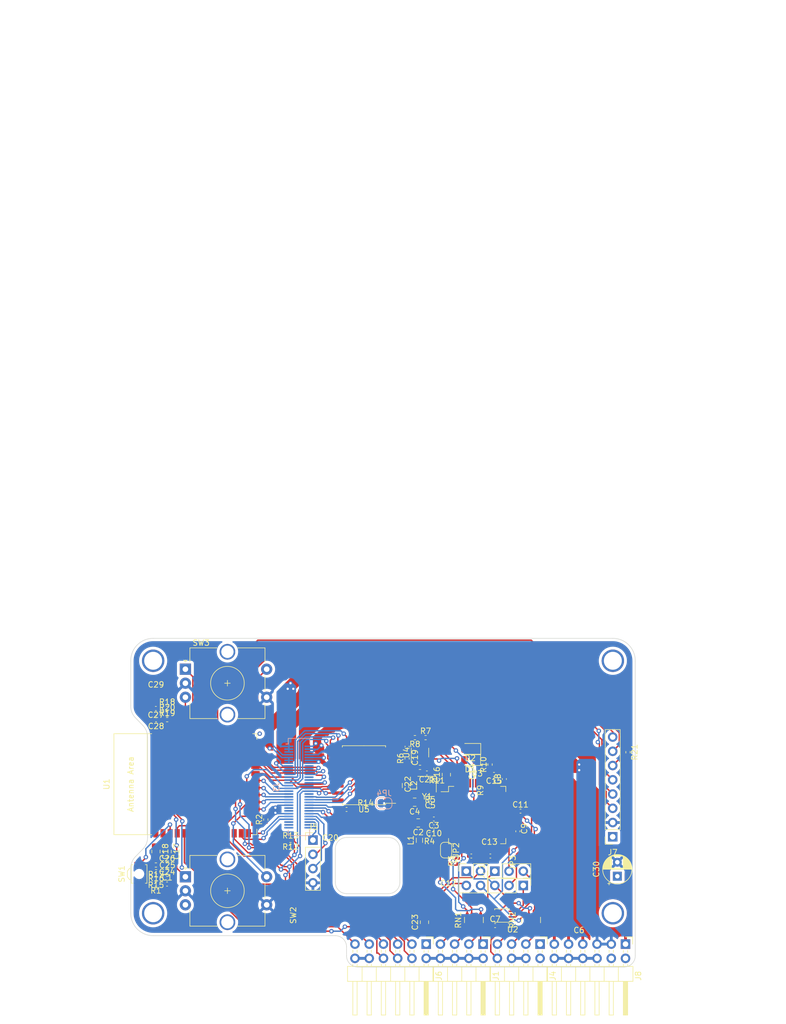
<source format=kicad_pcb>
(kicad_pcb (version 20211014) (generator pcbnew)
  (layers (0 "F.Cu" signal) (1 "In1.Cu" power) (2 "In2.Cu" mixed) (31 "B.Cu" signal) (34 "B.Paste" user) (35 "F.Paste" user) (36 "B.SilkS" user "B.Silkscreen") (37 "F.SilkS" user "F.Silkscreen") (38 "B.Mask" user) (39 "F.Mask" user) (44 "Edge.Cuts" user))
  (net 0 "")
  (net 1 "GND")
  (net 2 "+1V8")
  (net 3 "Net-(C10-Pad1)")
  (net 4 "Net-(D1-Pad1)")
  (net 5 "Net-(D2-Pad1)")
  (net 6 "Net-(J2-Pad1)")
  (net 7 "/USBIN1_CC1")
  (net 8 "/USBIN1_CC2")
  (net 9 "/USBIN2_CC1")
  (net 10 "/USBIN2_CC2")
  (net 11 "/FT2232_DM")
  (net 12 "/FT2232_DP")
  (net 13 "/USBEXT_DM")
  (net 14 "/USBEXT_DP")
  (net 15 "/FE21_RST")
  (net 16 "/RFU_IO3")
  (net 17 "/ENC2_BUT")
  (net 18 "/ENC1_BUT")
  (net 19 "/ENC2_B")
  (net 20 "/USBIN_SEL")
  (net 21 "/5V_OUT")
  (net 22 "/3V3_OUT")
  (net 23 "/1V8_OUT")
  (net 24 "/USB_OC_DET")
  (net 25 "/RFU_IO1")
  (net 26 "/RFU_IO2")
  (net 27 "/MCU_DP")
  (net 28 "/VPROG_OUT")
  (net 29 "/MCU_DM")
  (net 30 "/RFU_CS")
  (net 31 "Net-(JP1-Pad1)")
  (net 32 "/VPROG_PWM")
  (net 33 "/VPROG_VLT")
  (net 34 "/FT2232_RST")
  (net 35 "/EXT_PS_OUT")
  (net 36 "Net-(JP1-Pad3)")
  (net 37 "Net-(JP2-Pad2)")
  (net 38 "Net-(R10-Pad1)")
  (net 39 "Net-(R9-Pad1)")
  (net 40 "/TARG_RTS")
  (net 41 "/TARG_DTR")
  (net 42 "/TARG_TXD")
  (net 52 "/TCK")
  (net 53 "/TDI")
  (net 54 "/TDO")
  (net 55 "/TMS")
  (net 56 "/UART_3V3")
  (net 57 "/RTS")
  (net 58 "/DTR")
  (net 59 "/RXD")
  (net 61 "/UART_5V")
  (net 63 "/ENC2_A")
  (net 64 "/LCD_MOSI")
  (net 66 "/TARG_RXD")
  (net 70 "/LCD_CLK")
  (net 71 "/LCD_CS")
  (net 72 "/LCD_DC")
  (net 82 "Net-(C2-Pad1)")
  (net 83 "Net-(C4-Pad1)")
  (net 84 "Net-(C21-Pad1)")
  (net 85 "/RFU_IO4")
  (net 86 "/EXT_PROBE2")
  (net 87 "/EXT_PROBE1")
  (net 88 "+5V")
  (net 89 "/TARG_TCK_SWCLK")
  (net 90 "/TARG_TDO_SWDIO")
  (net 91 "/TARG_TDI")
  (net 92 "/TARG_TMS")
  (net 93 "/EXT_PS_CONV_PG")
  (net 94 "/STM_BUT_RST")
  (net 95 "/EXT_IO1")
  (net 96 "/EXT_IO2")
  (net 97 "/EXT_IO3")
  (net 98 "/LCD_RST")
  (net 99 "/LCD_BL")
  (net 100 "/ENC1_A")
  (net 101 "/ENC1_B")
  (net 102 "/EXT_PS_CONV_EN")
  (net 103 "/I2C_SDA")
  (net 104 "VDD")
  (net 105 "/I2C_SCL")
  (net 106 "Net-(JP4-Pad2)")
  (net 107 "Net-(R11-Pad1)")
  (net 108 "/VPROG_EN")
  (net 109 "/TXD")
  (net 110 "Net-(JP3-Pad1)")
  (net 111 "Net-(C22-Pad1)")
  (net 112 "Net-(R2-Pad1)")
  (net 113 "Net-(R5-Pad2)")
  (net 114 "/MCU_TXD")
  (net 115 "/MCU_RXD")
  (net 116 "/I2C_INT")
  (net 117 "Net-(C30-Pad1)")
  (net 118 "Net-(R7-Pad1)")
  (net 119 "Net-(R8-Pad1)")
  (net 120 "/ADC_CS")
  (net 121 "/ADC_MOSI")
  (net 122 "/ADC_SCK")
  (net 123 "/ADC_MISO")
  (net 124 "Net-(R11-Pad2)")
  (net 125 "/EXT_IO0")
  (footprint "Connector_PinSocket_2.54mm:PinSocket_1x08_P2.54mm_Vertical" (layer "F.Cu") (at 178.975 83.375 180)
    (fp_text reference "J7")
    (fp_text value "Conn_01x08")
  )
  (footprint "Resistor_SMD:R_0402_1005Metric" (layer "F.Cu") (at 97.49 91.8 180)
    (fp_text reference "R1")
    (fp_text value "100k")
  )
  (footprint "Capacitor_SMD:C_0402_1005Metric" (layer "F.Cu") (at 153.75 86.8)
    (fp_text reference "C12")
    (fp_text value "100n")
  )
  (footprint "Capacitor_SMD:C_0402_1005Metric" (layer "F.Cu") (at 97.48 60.5 180)
    (fp_text reference "C27")
    (fp_text value "1n")
  )
  (footprint "Capacitor_SMD:C_0805_2012Metric" (layer "F.Cu") (at 99.5 86 -90)
    (fp_text reference "C17")
    (fp_text value "22u")
  )
  (footprint "Resistor_SMD:R_0402_1005Metric" (layer "F.Cu") (at 142.3 69.4 90)
    (fp_text reference "R6")
    (fp_text value "100k")
  )
  (footprint "Capacitor_SMD:C_0402_1005Metric" (layer "F.Cu") (at 160.44 99.2 180)
    (fp_text reference "C6")
    (fp_text value "100n")
  )
  (footprint "Package_SO:SOIC-16W_7.5x10.3mm_P1.27mm" (layer "F.Cu") (at 134.6 72.4 180)
    (fp_text reference "U5")
    (fp_text value "PCF8574")
  )
  (footprint "Package_QFP:LQFP-64_10x10mm_P0.5mm" (layer "F.Cu") (at 154.8 79.5)
    (fp_text reference "U3")
    (fp_text value "FT2232HL")
  )
  (footprint "Connector_PinHeader_2.54mm:PinHeader_2x04_P2.54mm_Horizontal" (layer "F.Cu") (at 155.86 102.5 -90)
    (fp_text reference "J1")
    (fp_text value "JTAG_OUT")
  )
  (footprint "Inductor_SMD:L_0805_2012Metric" (layer "F.Cu") (at 142 74.2375 -90)
    (fp_text reference "L2")
    (fp_text value "L_Ferrite")
  )
  (footprint "Resistor_SMD:R_Array_Convex_4x0603" (layer "F.Cu") (at 164.42 98.2 90)
    (fp_text reference "RN2")
    (fp_text value "22")
  )
  (footprint "Capacitor_SMD:C_0402_1005Metric" (layer "F.Cu") (at 143.6 74 90)
    (fp_text reference "C22")
    (fp_text value "20p")
  )
  (footprint "Resistor_SMD:R_0402_1005Metric" (layer "F.Cu") (at 117.1 80.3 90)
    (fp_text reference "R2")
    (fp_text value "100k")
  )
  (footprint "Rotary_Encoder:RotaryEncoder_Alps_EC12E-Switch_Vertical_H20mm_CircularMountingHoles" (layer "F.Cu") (at 102.75 90.5)
    (fp_text reference "SW2")
    (fp_text value "RotaryEncoder_Switch")
  )
  (footprint "Connector_PinHeader_2.54mm:PinHeader_2x02_P2.54mm_Vertical" (layer "F.Cu") (at 152.86 89.505)
    (fp_text reference "J2")
    (fp_text value "Conn_02x02_Odd_Even")
  )
  (footprint "Crystal:Crystal_SMD_2520-4Pin_2.5x2.0mm" (layer "F.Cu") (at 145.85 74 180)
    (fp_text reference "Y1")
    (fp_text value "12MHZ 2520")
  )
  (footprint "Capacitor_SMD:C_0402_1005Metric" (layer "F.Cu") (at 158 99.2)
    (fp_text reference "C7")
    (fp_text value "100n")
  )
  (footprint "Connector_PinHeader_2.54mm:PinHeader_1x03_P2.54mm_Vertical" (layer "F.Cu") (at 157.94 89.505 90)
    (fp_text reference "JP1")
    (fp_text value "TDO_VSHIFT")
  )
  (footprint "Capacitor_SMD:C_0402_1005Metric" (layer "F.Cu") (at 146.41 76.6 180)
    (fp_text reference "C5")
    (fp_text value "100n")
  )
  (footprint "Resistor_SMD:R_0402_1005Metric" (layer "F.Cu") (at 134.9 78.5)
    (fp_text reference "R14")
    (fp_text value "100k")
  )
  (footprint "Capacitor_SMD:C_0402_1005Metric" (layer "F.Cu") (at 99.48 90.8)
    (fp_text reference "C24")
    (fp_text value "1n")
  )
  (footprint "Jumper:SolderJumper-2_P1.3mm_Bridged2Bar_RoundedPad1.0x1.5mm" (layer "F.Cu") (at 149.25 85.75 -90)
    (fp_text reference "JP2")
    (fp_text value "SWD_ENA")
  )
  (footprint "Resistor_SMD:R_0402_1005Metric" (layer "F.Cu") (at 156.1 70.5 90)
    (fp_text reference "R9")
    (fp_text value "470")
  )
  (footprint "Resistor_SMD:R_0402_1005Metric" (layer "F.Cu") (at 157.1 70.5 90)
    (fp_text reference "R10")
    (fp_text value "470")
  )
  (footprint "Connector_PinHeader_2.54mm:PinHeader_1x03_P2.54mm_Vertical" (layer "F.Cu") (at 163.02 92.045 -90)
    (fp_text reference "JP3")
    (fp_text value "RXD_VSHIFT")
  )
  (footprint "Capacitor_THT:CP_Radial_D5.0mm_P2.50mm" (layer "F.Cu") (at 179.8 90.405113 90)
    (fp_text reference "C30")
    (fp_text value "220u")
  )
  (footprint "Connector_PinHeader_2.54mm:PinHeader_2x06_P2.54mm_Horizontal" (layer "F.Cu") (at 181.26 102.5 -90)
    (fp_text reference "J8")
    (fp_text value "Conn_02x06_Odd_Even")
  )
  (footprint "Resistor_SMD:R_0402_1005Metric" (layer "F.Cu") (at 151.4 87.7 90)
    (fp_text reference "R3")
    (fp_text value "470")
  )
  (footprint "Rotary_Encoder:RotaryEncoder_Alps_EC12E-Switch_Vertical_H20mm_CircularMountingHoles" (layer "F.Cu") (at 102.75 53.5)
    (fp_text reference "SW3")
    (fp_text value "RotaryEncoder_Switch")
  )
  (footprint "Capacitor_SMD:C_0402_1005Metric" (layer "F.Cu") (at 99.52 89.6)
    (fp_text reference "C25")
    (fp_text value "1n")
  )
  (footprint "Capacitor_SMD:C_0402_1005Metric" (layer "F.Cu") (at 131.5 78.5)
    (fp_text reference "C20")
    (fp_text value "100n")
  )
  (footprint "Resistor_SMD:R_0402_1005Metric" (layer "F.Cu") (at 99.5 60.5)
    (fp_text reference "R18")
    (fp_text value "100k")
  )
  (footprint "LED_SMD:LED_0805_2012Metric_Pad1.15x1.40mm_HandSolder" (layer "F.Cu") (at 153.575 67.7 180)
    (fp_text reference "D2")
    (fp_text value "LED")
  )
  (footprint "Capacitor_SMD:C_0805_2012Metric" (layer "F.Cu") (at 97.5 86 -90)
    (fp_text reference "C18")
    (fp_text value "22u")
  )
  (footprint "Package_SO:VSSOP-8_2.4x2.1mm_P0.5mm" (layer "F.Cu") (at 159.22 97.4 180)
    (fp_text reference "U2")
    (fp_text value "SN74LVC2T45DCUR")
  )
  (footprint "Resistor_SMD:R_0402_1005Metric" (layer "F.Cu") (at 146.29 83 180)
    (fp_text reference "R4")
    (fp_text value "100k")
  )
  (footprint "Capacitor_SMD:C_0402_1005Metric" (layer "F.Cu") (at 97.52 62.5 180)
    (fp_text reference "C28")
    (fp_text value "1n")
  )
  (footprint "Resistor_SMD:R_0402_1005Metric" (layer "F.Cu") (at 121.5 84 180)
    (fp_text reference "R12")
    (fp_text value "2.2k")
  )
  (footprint "Capacitor_SMD:C_0402_1005Metric" (layer "F.Cu") (at 99.48 91.8)
    (fp_text reference "C1")
    (fp_text value "1n")
  )
  (footprint "Connector_PinHeader_2.54mm:PinHeader_2x06_P2.54mm_Horizontal" (layer "F.Cu") (at 145.7 102.5 -90)
    (fp_text reference "J6")
    (fp_text value "STM_EXT_IO")
  )
  (footprint "LED_SMD:LED_0805_2012Metric_Pad1.15x1.40mm_HandSolder" (layer "F.Cu") (at 153.55 69.7 180)
    (fp_text reference "D1")
    (fp_text value "LED")
  )
  (footprint "Capacitor_SMD:C_0402_1005Metric" (layer "F.Cu") (at 157.8 72.25 180)
    (fp_text reference "C15")
    (fp_text value "100n")
  )
  (footprint "Capacitor_SMD:C_0402_1005Metric" (layer "F.Cu") (at 155.05 71.75 90)
    (fp_text reference "C14")
    (fp_text value "100n")
  )
  (footprint "Resistor_SMD:R_0402_1005Metric" (layer "F.Cu") (at 143.69 65.7 180)
    (fp_text reference "R8")
    (fp_text value "100k")
  )
  (footprint "Connector_PinHeader_2.54mm:PinHeader_1x04_P2.54mm_Vertical" (layer "F.Cu") (at 125.5 83.96)
    (fp_text reference "J5")
    (fp_text value "Conn_01x04")
  )
  (footprint "Capacitor_SMD:C_0402_1005Metric" (layer "F.Cu") (at 97.5 61.5 180)
    (fp_text reference "C29")
    (fp_text value "1n")
  )
  (footprint "Resistor_SMD:R_0402_1005Metric" (layer "F.Cu") (at 121.5 85.1 180)
    (fp_text reference "R13")
    (fp_text value "2.2k")
  )
  (footprint "Capacitor_SMD:C_0402_1005Metric" (layer "F.Cu") (at 159.65 73.08 90)
    (fp_text reference "C8")
    (fp_text value "100n")
  )
  (footprint "Capacitor_SMD:C_0402_1005Metric" (layer "F.Cu") (at 142.3 67.3 -90)
    (fp_text reference "C19")
    (fp_text value "100n")
  )
  (footprint "Resistor_SMD:R_0402_1005Metric" (layer "F.Cu") (at 97.49 88.4 180)
    (fp_text reference "R17")
    (fp_text value "100k")
  )
  (footprint "Resistor_SMD:R_Array_Convex_4x0603" (layer "F.Cu") (at 154.22 98.2 90)
    (fp_text reference "RN1")
    (fp_text value "22")
  )
  (footprint "Inductor_SMD:L_0805_2012Metric" (layer "F.Cu") (at 144.5 84 90)
    (fp_text reference "L1")
    (fp_text value "L_Ferrite")
  )
  (footprint "Resistor_SMD:R_0402_1005Metric" (layer "F.Cu") (at 181.7 68.3 -90)
    (fp_text reference "R21")
    (fp_text value "100k")
  )
  (footprint "Resistor_SMD:R_0402_1005Metric" (layer "F.Cu") (at 97.5 90.8 180)
    (fp_text reference "R15")
    (fp_text value "100k")
  )
  (footprint "Resistor_SMD:R_0402_1005Metric" (layer "F.Cu") (at 99.5 62.5)
    (fp_text reference "R19")
    (fp_text value "100k")
  )
  (footprint "Button_Switch_SMD:SW_SPST_B3U-3000P-B" (layer "F.Cu") (at 94.5 90 90)
    (fp_text reference "SW1")
    (fp_text value "SW_Push")
  )
  (footprint "Resistor_SMD:R_0402_1005Metric" (layer "F.Cu") (at 145.6 65.7)
    (fp_text reference "R7")
    (fp_text value "100k")
  )
  (footprint "Capacitor_SMD:C_0805_2012Metric" (layer "F.Cu") (at 144.2875 80.9 180)
    (fp_text reference "C2")
    (fp_text value "10u")
  )
  (footprint "Package_TO_SOT_SMD:SOT-23-6" (layer "F.Cu") (at 144.6 68.3625 90)
    (fp_text reference "U4")
    (fp_text value "93LCxxAxxOT")
  )
  (footprint "Capacitor_SMD:C_0402_1005Metric" (layer "F.Cu") (at 162.05 82.4 -90)
    (fp_text reference "C9")
    (fp_text value "100n")
  )
  (footprint "Resistor_SMD:R_0402_1005Metric" (layer "F.Cu") (at 146.4 77.9)
    (fp_text reference "R5")
    (fp_text value "12k")
  )
  (footprint "Capacitor_SMD:C_0805_2012Metric" (layer "F.Cu") (at 145.4 98.6 90)
    (fp_text reference "C23")
    (fp_text value "10u")
  )
  (footprint "Capacitor_SMD:C_0402_1005Metric" (layer "F.Cu") (at 145.83 72 180)
    (fp_text reference "C21")
    (fp_text value "20p")
  )
  (footprint "Resistor_SMD:R_0402_1005Metric" (layer "F.Cu") (at 99.5 61.5)
    (fp_text reference "R20")
    (fp_text value "100k")
  )
  (footprint "Connector_PinHeader_2.54mm:PinHeader_2x04_P2.54mm_Horizontal" (layer "F.Cu") (at 166.02 102.5 -90)
    (fp_text reference "J4")
    (fp_text value "UART_OUT")
  )
  (footprint "Resistor_SMD:R_0402_1005Metric" (layer "F.Cu") (at 97.52 89.6 180)
    (fp_text reference "R16")
    (fp_text value "100k")
  )
  (footprint "Resistor_SMD:R_0402_1005Metric" (layer "F.Cu") (at 144.6 71)
    (fp_text reference "R11")
    (fp_text value "2k2")
  )
  (footprint "Capacitor_SMD:C_0402_1005Metric" (layer "F.Cu") (at 162.53 78.8)
    (fp_text reference "C11")
    (fp_text value "100n")
  )
  (footprint "Capacitor_SMD:C_0805_2012Metric" (layer "F.Cu") (at 143.65 77.2 180)
    (fp_text reference "C4")
    (fp_text value "10u")
  )
  (footprint "Espressif:ESP32-S3-WROOM-1" (layer "F.Cu") (at 105.75 74 90)
    (fp_text reference "U1")
    (fp_text value "ESP32-S3-WROOM-1")
  )
  (footprint "Capacitor_SMD:C_0805_2012Metric" (layer "F.Cu") (at 149.3 72.3 90)
    (fp_text reference "C16")
    (fp_text value "10u")
  )
  (footprint "Capacitor_SMD:C_0402_1005Metric" (layer "F.Cu") (at 147.07 81.6 180)
    (fp_text reference "C10")
    (fp_text value "100n")
  )
  (footprint "Capacitor_SMD:C_0402_1005Metric" (layer "F.Cu") (at 147.07 80.2 180)
    (fp_text reference "C3")
    (fp_text value "100n")
  )
  (footprint "Capacitor_SMD:C_0402_1005Metric" (layer "F.Cu") (at 157.15 86.8 180)
    (fp_text reference "C13")
    (fp_text value "100n")
  )
  (footprint "Capacitor_SMD:C_0402_1005Metric" (layer "F.Cu") (at 99.48 88.4)
    (fp_text reference "C26")
    (fp_text value "1n")
  )
  (footprint "Connector_Hirose:Hirose_DF12_DF12C3.0-60DS-0.5V_2x30_P0.50mm_Vertical" (layer "B.Cu") (at 123 74.5 -90)
    (fp_text reference "J3")
    (fp_text value "Conn_02x30_Top_Bottom")
  )
  (footprint "Jumper:SolderJumper-2_P1.3mm_Bridged2Bar_RoundedPad1.0x1.5mm" (layer "B.Cu") (at 138.2 77.4 180)
    (fp_text reference "JP4")
    (fp_text value "IOEXP_ADDR")
  )
  (gr_line (start 97 48) (end 179 48) (layer "Edge.Cuts") (width 0.1))
  (gr_arc (start 183 104.585786) (mid 182.414214 106) (end 181 106.585786) (layer "Edge.Cuts") (width 0.1))
  (gr_arc (start 95.12132 63.47868) (mid 95.771639 64.45195) (end 96 65.6) (layer "Edge.Cuts") (width 0.1))
  (gr_arc (start 93 89) (mid 93.228361 87.85195) (end 93.87868 86.87868) (layer "Edge.Cuts") (width 0.1))
  (gr_line (start 96 83.4) (end 96 65.6) (layer "Edge.Cuts") (width 0.1))
  (gr_arc (start 179 48) (mid 181.828427 49.171573) (end 183 52) (layer "Edge.Cuts") (width 0.1))
  (gr_line (start 183 52) (end 183 104.585786) (layer "Edge.Cuts") (width 0.1))
  (gr_line (start 181 106.585786) (end 133.5 106.585786) (layer "Edge.Cuts") (width 0.1))
  (gr_line (start 131.5 104.585786) (end 131.5 103) (layer "Edge.Cuts") (width 0.1))
  (gr_arc (start 129.5 85.5) (mid 130.085786 84.085786) (end 131.5 83.5) (layer "Edge.Cuts") (width 0.1))
  (gr_arc (start 129.5 101) (mid 130.914214 101.585786) (end 131.5 103) (layer "Edge.Cuts") (width 0.1))
  (gr_line (start 141 85.5) (end 141 91.5) (layer "Edge.Cuts") (width 0.1))
  (gr_line (start 129.5 91.5) (end 129.5 85.5) (layer "Edge.Cuts") (width 0.1))
  (gr_line (start 93.87868 86.87868) (end 95.12132 85.6) (layer "Edge.Cuts") (width 0.1))
  (gr_line (start 93 97) (end 93 89) (layer "Edge.Cuts") (width 0.1))
  (gr_arc (start 139 83.5) (mid 140.414214 84.085786) (end 141 85.5) (layer "Edge.Cuts") (width 0.1))
  (gr_arc (start 96 83.4) (mid 95.794604 84.593437) (end 95.12132 85.6) (layer "Edge.Cuts") (width 0.1))
  (gr_arc (start 97 101) (mid 94.171573 99.828427) (end 93 97) (layer "Edge.Cuts") (width 0.1))
  (gr_arc (start 93.87868 62.2) (mid 93.205396 61.193437) (end 93 60) (layer "Edge.Cuts") (width 0.1))
  (gr_arc (start 141 91.5) (mid 140.414214 92.914214) (end 139 93.5) (layer "Edge.Cuts") (width 0.1))
  (gr_arc (start 131.5 93.5) (mid 130.085786 92.914214) (end 129.5 91.5) (layer "Edge.Cuts") (width 0.1))
  (gr_arc (start 133.5 106.585786) (mid 132.085786 106) (end 131.5 104.585786) (layer "Edge.Cuts") (width 0.1))
  (gr_line (start 131.5 83.5) (end 139 83.5) (layer "Edge.Cuts") (width 0.1))
  (gr_arc (start 93 52) (mid 94.171573 49.171573) (end 97 48) (layer "Edge.Cuts") (width 0.1))
  (gr_line (start 93 60) (end 93 52) (layer "Edge.Cuts") (width 0.1))
  (gr_line (start 131.5 93.5) (end 139 93.5) (layer "Edge.Cuts") (width 0.1))
  (gr_line (start 129.5 101) (end 97 101) (layer "Edge.Cuts") (width 0.1))
  (gr_line (start 93.87868 62.2) (end 95.12132 63.47868) (layer "Edge.Cuts") (width 0.1))
  (via (at 179 97) (size 4) (drill 3.2) (layers "F.Cu" "B.Cu") (net 0))
  (via (at 97 97) (size 4) (drill 3.2) (layers "F.Cu" "B.Cu") (net 0))
  (via (at 97 52) (size 4) (drill 3.2) (layers "F.Cu" "B.Cu") (net 0))
  (via (at 179 52) (size 4) (drill 3.2) (layers "F.Cu" "B.Cu") (net 0))
  (segment (start 157.55 73.825) (end 157.55 72.48) (width 0.25) (layer "F.Cu") (net 1))
  (segment (start 157.55 72.48) (end 157.32 72.25) (width 0.25) (layer "F.Cu") (net 1))
  (via (at 118.8 78.2) (size 0.8) (drill 0.4) (layers "F.Cu" "B.Cu") (net 1))
  (via (at 118.8 79.1) (size 0.8) (drill 0.4) (layers "F.Cu" "B.Cu") (net 1))
  (segment (start 120.100978 70.75) (end 119.7 70.349022) (width 0.25) (layer "B.Cu") (net 1))
  (segment (start 118.95 79.25) (end 118.8 79.1) (width 0.25) (layer "B.Cu") (net 1))
  (segment (start 124.8 77.75) (end 127.874614 77.75) (width 0.25) (layer "B.Cu") (net 1))
  (segment (start 126.35 79.25) (end 127 79.9) (width 0.25) (layer "B.Cu") (net 1))
  (segment (start 118.4 67.073224) (end 118.4 59.65) (width 0.25) (layer "B.Cu") (net 1))
  (segment (start 121.2 79.25) (end 118.95 79.25) (width 0.25) (layer "B.Cu") (net 1))
  (segment (start 119.25 77.75) (end 118.8 78.2) (width 0.25) (layer "B.Cu") (net 1))
  (segment (start 121.2 68.75) (end 120.076776 68.75) (width 0.25) (layer "B.Cu") (net 1))
  (segment (start 127 79.9) (end 129.3 79.9) (width 0.25) (layer "B.Cu") (net 1))
  (segment (start 124.8 79.25) (end 126.35 79.25) (width 0.25) (layer "B.Cu") (net 1))
  (segment (start 121.2 74.75) (end 122.75 74.75) (width 0.25) (layer "B.Cu") (net 1))
  (segment (start 124.8 74.25) (end 123.25 74.25) (width 0.25) (layer "B.Cu") (net 1))
  (segment (start 128.212307 78.087693) (end 130.087693 78.087693) (width 0.25) (layer "B.Cu") (net 1))
  (segment (start 127.874614 77.75) (end 128.212307 78.087693) (width 0.25) (layer "B.Cu") (net 1))
  (segment (start 124.8 68.75) (end 126.492255 68.75) (width 0.25) (layer "B.Cu") (net 1))
  (segment (start 121.2 77.75) (end 119.25 77.75) (width 0.25) (layer "B.Cu") (net 1))
  (segment (start 119.7 70.349022) (end 119.7 69.9) (width 0.25) (layer "B.Cu") (net 1))
  (segment (start 119.25 74.75) (end 118.4 73.9) (width 0.25) (layer "B.Cu") (net 1))
  (segment (start 118.4 59.65) (end 117.25 58.5) (width 0.25) (layer "B.Cu") (net 1))
  (segment (start 118.8 69) (end 117.3 69) (width 0.25) (layer "B.Cu") (net 1))
  (segment (start 119.7 69.9) (end 118.8 69) (width 0.25) (layer "B.Cu") (net 1))
  (segment (start 123.25 74.25) (end 123 74.5) (width 0.25) (layer "B.Cu") (net 1))
  (segment (start 122.75 74.75) (end 123 74.5) (width 0.25) (layer "B.Cu") (net 1))
  (segment (start 120.076776 68.75) (end 118.4 67.073224) (width 0.25) (layer "B.Cu") (net 1))
  (segment (start 126.492255 68.75) (end 126.791652 68.450603) (width 0.25) (layer "B.Cu") (net 1))
  (segment (start 121.2 74.75) (end 119.25 74.75) (width 0.25) (layer "B.Cu") (net 1))
  (segment (start 121.2 70.75) (end 120.100978 70.75) (width 0.25) (layer "B.Cu") (net 1))
  (segment (start 157.965006 75.25) (end 151.05 75.25) (width 0.25) (layer "F.Cu") (net 3))
  (segment (start 159.2 76.484994) (end 159.2 80.815006) (width 0.25) (layer "F.Cu") (net 3))
  (segment (start 159.634994 81.25) (end 160.475 81.25) (width 0.25) (layer "F.Cu") (net 3))
  (segment (start 149.125 81.25) (end 147.9 81.25) (width 0.25) (layer "F.Cu") (net 3))
  (segment (start 159.2 80.815006) (end 159.634994 81.25) (width 0.25) (layer "F.Cu") (net 3))
  (segment (start 158.55 73.825) (end 158.55 74.665006) (width 0.25) (layer "F.Cu") (net 3))
  (segment (start 161.38 81.25) (end 162.05 81.92) (width 0.25) (layer "F.Cu") (net 3))
  (segment (start 151.05 73.825) (end 151.05 75.25) (width 0.25) (layer "F.Cu") (net 3))
  (segment (start 151.05 80.45) (end 150.25 81.25) (width 0.25) (layer "F.Cu") (net 3))
  (segment (start 160.475 81.25) (end 161.38 81.25) (width 0.25) (layer "F.Cu") (net 3))
  (segment (start 151.05 75.25) (end 151.05 80.45) (width 0.25) (layer "F.Cu") (net 3))
  (segment (start 157.965006 75.25) (end 159.2 76.484994) (width 0.25) (layer "F.Cu") (net 3))
  (segment (start 158.55 74.665006) (end 157.965006 75.25) (width 0.25) (layer "F.Cu") (net 3))
  (segment (start 147.9 81.25) (end 147.55 81.6) (width 0.25) (layer "F.Cu") (net 3))
  (segment (start 150.25 81.25) (end 149.125 81.25) (width 0.25) (layer "F.Cu") (net 3))
  (segment (start 154.575 69.7) (end 155.81 69.7) (width 0.25) (layer "F.Cu") (net 4))
  (segment (start 155.81 69.7) (end 156.1 69.99) (width 0.25) (layer "F.Cu") (net 4))
  (segment (start 157.1 69.99) (end 154.81 67.7) (width 0.25) (layer "F.Cu") (net 5))
  (segment (start 154.81 67.7) (end 154.6 67.7) (width 0.25) (layer "F.Cu") (net 5))
  (segment (start 164.02 97.3) (end 164.02 96.304598) (width 0.25) (layer "F.Cu") (net 6))
  (segment (start 157.67 97.15) (end 158.319022 97.15) (width 0.25) (layer "F.Cu") (net 6))
  (segment (start 160.5975 94.871522) (end 160.5975 94.7025) (width 0.25) (layer "F.Cu") (net 6))
  (segment (start 158.319022 97.15) (end 160.5975 94.871522) (width 0.25) (layer "F.Cu") (net 6))
  (segment (start 164.02 96.304598) (end 164.212299 96.112299) (width 0.25) (layer "F.Cu") (net 6))
  (segment (start 162.2 95.2) (end 161.095 95.2) (width 0.25) (layer "F.Cu") (net 6))
  (segment (start 160.5975 94.7025) (end 157.94 92.045) (width 0.25) (layer "F.Cu") (net 6))
  (segment (start 161.095 95.2) (end 160.5975 94.7025) (width 0.25) (layer "F.Cu") (net 6))
  (via (at 164.212299 96.112299) (size 0.8) (drill 0.4) (layers "F.Cu" "B.Cu") (net 6))
  (via (at 162.2 95.2) (size 0.8) (drill 0.4) (layers "F.Cu" "B.Cu") (net 6))
  (segment (start 156.770489 90.870489) (end 156.770489 90.875489) (width 0.25) (layer "B.Cu") (net 6))
  (segment (start 152.86 89.505) (end 154.225489 90.870489) (width 0.25) (layer "B.Cu") (net 6))
  (segment (start 156.770489 90.875489) (end 157.94 92.045) (width 0.25) (layer "B.Cu") (net 6))
  (segment (start 164.212299 96.112299) (end 163.112299 96.112299) (width 0.25) (layer "B.Cu") (net 6))
  (segment (start 154.225489 90.870489) (end 156.770489 90.870489) (width 0.25) (layer "B.Cu") (net 6))
  (segment (start 163.112299 96.112299) (end 162.2 95.2) (width 0.25) (layer "B.Cu") (net 6))
  (segment (start 116.7 78.5) (end 116.645 78.445) (width 0.25) (layer "F.Cu") (net 7))
  (segment (start 116.645 78.445) (end 115.25 78.445) (width 0.25) (layer "F.Cu") (net 7))
  (via (at 116.7 78.5) (size 0.8) (drill 0.4) (layers "F.Cu" "B.Cu") (net 7))
  (segment (start 117.95 77.25) (end 121.2 77.25) (width 0.25) (layer "B.Cu") (net 7))
  (segment (start 116.7 78.5) (end 117.95 77.25) (width 0.25) (layer "B.Cu") (net 7))
  (segment (start 116.675 77.175) (end 115.25 77.175) (width 0.25) (layer "F.Cu") (net 8))
  (segment (start 116.7 77.2) (end 116.675 77.175) (width 0.25) (layer "F.Cu") (net 8))
  (via (at 116.7 77.2) (size 0.8) (drill 0.4) (layers "F.Cu" "B.Cu") (net 8))
  (segment (start 116.7 77.2) (end 117.15 76.75) (width 0.25) (layer "B.Cu") (net 8))
  (segment (start 117.15 76.75) (end 121.2 76.75) (width 0.25) (layer "B.Cu") (net 8))
  (segment (start 116.7 75.9) (end 116.695 75.905) (width 0.25) (layer "F.Cu") (net 9))
  (segment (start 116.695 75.905) (end 115.25 75.905) (width 0.25) (layer "F.Cu") (net 9))
  (via (at 116.7 75.9) (size 0.8) (drill 0.4) (layers "F.Cu" "B.Cu") (net 9))
  (segment (start 116.7 75.9) (end 117.05 76.25) (width 0.25) (layer "B.Cu") (net 9))
  (segment (start 117.05 76.25) (end 121.2 76.25) (width 0.25) (layer "B.Cu") (net 9))
  (segment (start 116.7 74.7) (end 116.635 74.635) (width 0.25) (layer "F.Cu") (net 10))
  (segment (start 116.635 74.635) (end 115.25 74.635) (width 0.25) (layer "F.Cu") (net 10))
  (via (at 116.7 74.7) (size 0.8) (drill 0.4) (layers "F.Cu" "B.Cu") (net 10))
  (segment (start 116.7 74.7) (end 117.75 75.75) (width 0.25) (layer "B.Cu") (net 10))
  (segment (start 117.75 75.75) (end 121.2 75.75) (width 0.25) (layer "B.Cu") (net 10))
  (segment (start 141.364282 80.4) (end 143.014282 78.75) (width 0.25) (layer "F.Cu") (net 11))
  (segment (start 128.3 78.812193) (end 129.887807 80.4) (width 0.25) (layer "F.Cu") (net 11))
  (segment (start 129.887807 80.4) (end 141.364282 80.4) (width 0.25) (layer "F.Cu") (net 11))
  (segment (start 143.014282 78.75) (end 149.125 78.75) (width 0.25) (layer "F.Cu") (net 11))
  (via (at 128.3 78.812193) (size 0.8) (drill 0.4) (layers "F.Cu" "B.Cu") (net 11))
  (segment (start 128.3 78.812193) (end 127.737807 78.25) (width 0.25) (layer "B.Cu") (net 11))
  (segment (start 127.737807 78.25) (end 124.8 78.25) (width 0.25) (layer "B.Cu") (net 11))
  (segment (start 143.15 79.25) (end 149.125 79.25) (width 0.25) (layer "F.Cu") (net 12))
  (segment (start 129.2255 80.9) (end 141.5 80.9) (width 0.25) (layer "F.Cu") (net 12))
  (segment (start 141.5 80.9) (end 143.15 79.25) (width 0.25) (layer "F.Cu") (net 12))
  (segment (start 127.3 78.9745) (end 129.2255 80.9) (width 0.25) (layer "F.Cu") (net 12))
  (via (at 127.3 78.9745) (size 0.8) (drill 0.4) (layers "F.Cu" "B.Cu") (net 12))
  (segment (start 127.3 78.9745) (end 127.0755 78.75) (width 0.25) (layer "B.Cu") (net 12))
  (segment (start 127.0755 78.75) (end 124.8 78.75) (width 0.25) (layer "B.Cu") (net 12))
  (segment (start 127.7245 84.7755) (end 126 86.5) (width 0.25) (layer "F.Cu") (net 13))
  (segment (start 126 86.5) (end 125.5 86.5) (width 0.25) (layer "F.Cu") (net 13))
  (segment (start 127.7245 84.5) (end 127.7245 84.7755) (width 0.25) (layer "F.Cu") (net 13))
  (via (at 127.7245 84.5) (size 0.8) (drill 0.4) (layers "F.Cu" "B.Cu") (net 13))
  (segment (start 126.085718 79.75) (end 124.8 79.75) (width 0.25) (layer "B.Cu") (net 13))
  (segment (start 127.44952 84.22502) (end 127.44952 81.113803) (width 0.25) (layer "B.Cu") (net 13))
  (segment (start 127.44952 81.113803) (end 126.085718 79.75) (width 0.25) (layer "B.Cu") (net 13))
  (segment (start 127.7245 84.5) (end 127.44952 84.22502) (width 0.25) (layer "B.Cu") (net 13))
  (segment (start 125.5 89.04) (end 127 87.54) (width 0.25) (layer "B.Cu") (net 14))
  (segment (start 127 87.54) (end 127 87) (width 0.25) (layer "B.Cu") (net 14))
  (segment (start 124.8 80.25) (end 125.95 80.25) (width 0.25) (layer "B.Cu") (net 14))
  (segment (start 125.95 80.25) (end 126.5 80.8) (width 0.25) (layer "B.Cu") (net 14))
  (segment (start 127 83.285489) (end 127 87) (width 0.25) (layer "B.Cu") (net 14))
  (segment (start 126.5 82.785489) (end 127 83.285489) (width 0.25) (layer "B.Cu") (net 14))
  (segment (start 126.5 80.8) (end 126.5 82.785489) (width 0.25) (layer "B.Cu") (net 14))
  (segment (start 129.025 69.225) (end 129.95 69.225) (width 0.25) (layer "F.Cu") (net 15))
  (segment (start 128.6 68.8) (end 129.025 69.225) (width 0.25) (layer "F.Cu") (net 15))
  (segment (start 128.6 66.203567) (end 128.6 68.8) (width 0.25) (layer "F.Cu") (net 15))
  (segment (start 129.103578 65.699989) (end 128.6 66.203567) (width 0.25) (layer "F.Cu") (net 15))
  (via (at 129.103578 65.699989) (size 0.8) (drill 0.4) (layers "F.Cu" "B.Cu") (net 15))
  (segment (start 124.188793 65.575489) (end 123.225969 66.538313) (width 0.25) (layer "B.Cu") (net 15))
  (segment (start 123.225969 72.838313) (end 122.814282 73.25) (width 0.25) (layer "B.Cu") (net 15))
  (segment (start 129.103578 65.699989) (end 128.979078 65.575489) (width 0.25) (layer "B.Cu") (net 15))
  (segment (start 122.814282 73.25) (end 121.2 73.25) (width 0.25) (layer "B.Cu") (net 15))
  (segment (start 128.979078 65.575489) (end 124.188793 65.575489) (width 0.25) (layer "B.Cu") (net 15))
  (segment (start 123.225969 66.538313) (end 123.225969 72.838313) (width 0.25) (layer "B.Cu") (net 15))
  (segment (start 139.25 69.225) (end 136.575 69.225) (width 0.25) (layer "F.Cu") (net 16))
  (segment (start 136.575 69.225) (end 132.1 73.7) (width 0.25) (layer "F.Cu") (net 16))
  (via (at 132.1 73.7) (size 0.8) (drill 0.4) (layers "F.Cu" "B.Cu") (net 16))
  (segment (start 126.124511 76.324511) (end 126.05 76.25) (width 0.25) (layer "B.Cu") (net 16))
  (segment (start 132.1 73.7) (end 129.475489 76.324511) (width 0.25) (layer "B.Cu") (net 16))
  (segment (start 126.05 76.25) (end 124.8 76.25) (width 0.25) (layer "B.Cu") (net 16))
  (segment (start 129.475489 76.324511) (end 126.124511 76.324511) (width 0.25) (layer "B.Cu") (net 16))
  (segment (start 115.65 63.25) (end 114 64.9) (width 0.25) (layer "F.Cu") (net 17))
  (segment (start 117.25 53.5) (end 115.65 55.1) (width 0.25) (layer "F.Cu") (net 17))
  (segment (start 115.65 55.1) (end 115.65 63.25) (width 0.25) (layer "F.Cu") (net 17))
  (segment (start 114 64.9) (end 114 65.25) (width 0.25) (layer "F.Cu") (net 17))
  (segment (start 112.585 79.715) (end 111.3 81) (width 0.25) (layer "F.Cu") (net 18))
  (segment (start 115.25 79.715) (end 112.585 79.715) (width 0.25) (layer "F.Cu") (net 18))
  (via (at 111.3 81) (size 0.8) (drill 0.4) (layers "F.Cu" "B.Cu") (net 18))
  (segment (start 111.3 84.55) (end 117.25 90.5) (width 0.25) (layer "B.Cu") (net 18))
  (segment (start 111.3 81) (end 111.3 84.55) (width 0.25) (layer "B.Cu") (net 18))
  (segment (start 102.75 63.06) (end 102.75 58.5) (width 0.25) (layer "F.Cu") (net 19))
  (segment (start 103.84 64.25) (end 102.7 63.11) (width 0.25) (layer "F.Cu") (net 19))
  (segment (start 102.7 63.11) (end 102.75 63.06) (width 0.25) (layer "F.Cu") (net 19))
  (segment (start 103.84 65.25) (end 103.84 64.25) (width 0.25) (layer "F.Cu") (net 19))
  (segment (start 129.95 65.417859) (end 129.95 67.955) (width 0.25) (layer "F.Cu") (net 20))
  (segment (start 130.051789 65.31607) (end 129.95 65.417859) (width 0.25) (layer "F.Cu") (net 20))
  (via (at 130.051789 65.31607) (size 0.8) (drill 0.4) (layers "F.Cu" "B.Cu") (net 20))
  (segment (start 129.711208 64.975489) (end 124.153076 64.975489) (width 0.25) (layer "B.Cu") (net 20))
  (segment (start 130.051789 65.31607) (end 129.711208 64.975489) (width 0.25) (layer "B.Cu") (net 20))
  (segment (start 122.776449 72.623551) (end 122.65 72.75) (width 0.25) (layer "B.Cu") (net 20))
  (segment (start 122.65 72.75) (end 121.2 72.75) (width 0.25) (layer "B.Cu") (net 20))
  (segment (start 124.153076 64.975489) (end 122.776449 66.352116) (width 0.25) (layer "B.Cu") (net 20))
  (segment (start 122.776449 66.352116) (end 122.776449 72.623551) (width 0.25) (layer "B.Cu") (net 20))
  (via (at 127 67.1) (size 0.8) (drill 0.4) (layers "F.Cu" "B.Cu") (net 21))
  (via (at 126 66.749509) (size 0.8) (drill 0.4) (layers "F.Cu" "B.Cu") (net 21))
  (segment (start 126 66.749509) (end 125.499509 67.25) (width 0.25) (layer "B.Cu") (net 21))
  (segment (start 126 67.8) (end 126.3 67.8) (width 0.25) (layer "B.Cu") (net 21))
  (segment (start 126.3 67.8) (end 127 67.1) (width 0.25) (layer "B.Cu") (net 21))
  (segment (start 125.55 68.25) (end 124.8 68.25) (width 0.25) (layer "B.Cu") (net 21))
  (segment (start 125.499509 67.25) (end 124.8 67.25) (width 0.25) (layer "B.Cu") (net 21))
  (segment (start 124.8 67.75) (end 125.85 67.75) (width 0.25) (layer "B.Cu") (net 21))
  (segment (start 126 67.8) (end 125.55 68.25) (width 0.25) (layer "B.Cu") (net 21))
  (via (at 127.42598 69.287204) (size 0.8) (drill 0.4) (layers "F.Cu" "B.Cu") (net 22))
  (via (at 126.5 70) (size 0.8) (drill 0.4) (layers "F.Cu" "B.Cu") (net 22))
  (segment (start 124.8 69.75) (end 126.25 69.75) (width 0.25) (layer "B.Cu") (net 22))
  (segment (start 126.25 69.75) (end 126.5 70) (width 0.25) (layer "B.Cu") (net 22))
  (segment (start 126.25 70.25) (end 126.5 70) (width 0.25) (layer "B.Cu") (net 22))
  (segment (start 124.8 70.25) (end 126.25 70.25) (width 0.25) (layer "B.Cu") (net 22))
  (segment (start 127.42598 69.287204) (end 127.388776 69.25) (width 0.25) (layer "B.Cu") (net 22))
  (segment (start 127.388776 69.25) (end 124.8 69.25) (width 0.25) (layer "B.Cu") (net 22))
  (via (at 118.962299 70.2755) (size 0.8) (drill 0.4) (layers "F.Cu" "B.Cu") (net 23))
  (segment (start 118.962299 70.462299) (end 120.25 71.75) (width 0.25) (layer "B.Cu") (net 23))
  (segment (start 120.25 71.75) (end 121.2 71.75) (width 0.25) (layer "B.Cu") (net 23))
  (segment (start 118.962299 70.2755) (end 118.962299 70.462299) (width 0.25) (layer "B.Cu") (net 23))
  (segment (start 131.5 65.5) (end 131.5 71.2) (width 0.25) (layer "F.Cu") (net 24))
  (segment (start 131.5 71.2) (end 130.935 71.765) (width 0.25) (layer "F.Cu") (net 24))
  (segment (start 130.935 71.765) (end 129.95 71.765) (width 0.25) (layer "F.Cu") (net 24))
  (segment (start 131 65) (end 131.5 65.5) (width 0.25) (layer "F.Cu") (net 24))
  (via (at 131 65) (size 0.8) (drill 0.4) (layers "F.Cu" "B.Cu") (net 24))
  (segment (start 130.475489 64.475489) (end 124.017359 64.475489) (width 0.25) (layer "B.Cu") (net 24))
  (segment (start 124.017359 64.475489) (end 122.326929 66.165919) (width 0.25) (layer "B.Cu") (net 24))
  (segment (start 122.326929 66.165919) (end 122.326929 72.173071) (width 0.25) (layer "B.Cu") (net 24))
  (segment (start 122.25 72.25) (end 121.2 72.25) (width 0.25) (layer "B.Cu") (net 24))
  (segment (start 122.326929 72.173071) (end 122.25 72.25) (width 0.25) (layer "B.Cu") (net 24))
  (segment (start 131 65) (end 130.475489 64.475489) (width 0.25) (layer "B.Cu") (net 24))
  (segment (start 116.446234 82.75) (end 114 82.75) (width 0.25) (layer "F.Cu") (net 27))
  (segment (start 116.589623 82.606611) (end 116.446234 82.75) (width 0.25) (layer "F.Cu") (net 27))
  (via (at 116.589623 82.606611) (size 0.8) (drill 0.4) (layers "F.Cu" "B.Cu") (net 27))
  (segment (start 116.589623 82.606611) (end 119.446234 79.75) (width 0.25) (layer "B.Cu") (net 27))
  (segment (start 119.446234 79.75) (end 121.2 79.75) (width 0.25) (layer "B.Cu") (net 27))
  (segment (start 178.72 102.5) (end 176.18 102.5) (width 0.25) (layer "F.Cu") (net 28))
  (via (at 173 71.5) (size 0.8) (drill 0.4) (layers "F.Cu" "B.Cu") (net 28))
  (via (at 173 70.5) (size 0.8) (drill 0.4) (layers "F.Cu" "B.Cu") (net 28))
  (via (at 117.8 67.6) (size 0.8) (drill 0.4) (layers "F.Cu" "B.Cu") (net 28))
  (segment (start 121.2 69.75) (end 121.2 69.25) (width 0.25) (layer "B.Cu") (net 28))
  (segment (start 119.941058 69.25) (end 121.2 69.25) (width 0.25) (layer "B.Cu") (net 28))
  (segment (start 121.2 70.25) (end 121.2 69.75) (width 0.25) (layer "B.Cu") (net 28))
  (segment (start 118.291058 67.6) (end 119.941058 69.25) (width 0.25) (layer "B.Cu") (net 28))
  (segment (start 117.8 67.6) (end 118.291058 67.6) (width 0.25) (layer "B.Cu") (net 28))
  (segment (start 112.73 83.329022) (end 112.73 82.75) (width 0.25) (layer "F.Cu") (net 29))
  (segment (start 113.225489 83.824511) (end 112.73 83.329022) (width 0.25) (layer "F.Cu") (net 29))
  (segment (start 116.7 83.6) (end 116.475489 83.824511) (width 0.25) (layer "F.Cu") (net 29))
  (segment (start 116.475489 83.824511) (end 113.225489 83.824511) (width 0.25) (layer "F.Cu") (net 29))
  (via (at 116.7 83.6) (size 0.8) (drill 0.4) (layers "F.Cu" "B.Cu") (net 29))
  (segment (start 119.581952 80.25) (end 121.2 80.25) (width 0.25) (layer "B.Cu") (net 29))
  (segment (start 116.7 83.6) (end 117.314134 82.985866) (width 0.25) (layer "B.Cu") (net 29))
  (segment (start 117.314134 82.985866) (end 117.314134 82.517818) (width 0.25) (layer "B.Cu") (net 29))
  (segment (start 117.314134 82.517818) (end 119.581952 80.25) (width 0.25) (layer "B.Cu") (net 29))
  (segment (start 154.77 98.1) (end 155.929022 98.1) (width 0.25) (layer "F.Cu") (net 31))
  (segment (start 156.7 90.745) (end 157.94 89.505) (width 0.25) (layer "F.Cu") (net 31))
  (segment (start 154.62 97.3) (end 154.62 97.95) (width 0.25) (layer "F.Cu") (net 31))
  (segment (start 154.62 97.95) (end 154.77 98.1) (width 0.25) (layer "F.Cu") (net 31))
  (segment (start 156.7 97.329022) (end 156.7 90.745) (width 0.25) (layer "F.Cu") (net 31))
  (segment (start 157.67 97.65) (end 157.020978 97.65) (width 0.25) (layer "F.Cu") (net 31))
  (segment (start 157.020978 97.65) (end 156.7 97.329022) (width 0.25) (layer "F.Cu") (net 31))
  (segment (start 155.929022 98.1) (end 156.7 97.329022) (width 0.25) (layer "F.Cu") (net 31))
  (segment (start 113.7 72.6) (end 113.7 77.424614) (width 0.25) (layer "F.Cu") (net 32))
  (segment (start 109.724614 81.4) (end 101.7 81.4) (width 0.25) (layer "F.Cu") (net 32))
  (segment (start 101.3 81.8) (end 101.3 82.75) (width 0.25) (layer "F.Cu") (net 32))
  (segment (start 101.7 81.4) (end 101.3 81.8) (width 0.25) (layer "F.Cu") (net 32))
  (segment (start 113.7 77.424614) (end 109.724614 81.4) (width 0.25) (layer "F.Cu") (net 32))
  (via (at 113.7 72.6) (size 0.8) (drill 0.4) (layers "F.Cu" "B.Cu") (net 32))
  (segment (start 117.3 71.4) (end 120.15 74.25) (width 0.25) (layer "B.Cu") (net 32))
  (segment (start 113.7 72.6) (end 114.9 71.4) (width 0.25) (layer "B.Cu") (net 32))
  (segment (start 120.15 74.25) (end 121.2 74.25) (width 0.25) (layer "B.Cu") (net 32))
  (segment (start 114.9 71.4) (end 117.3 71.4) (width 0.25) (layer "B.Cu") (net 32))
  (segment (start 116.7 73.4) (end 116.665 73.365) (width 0.25) (layer "F.Cu") (net 33))
  (segment (start 116.665 73.365) (end 115.25 73.365) (width 0.25) (layer "F.Cu") (net 33))
  (via (at 116.7 73.4) (size 0.8) (drill 0.4) (layers "F.Cu" "B.Cu") (net 33))
  (segment (start 118.55 75.25) (end 121.2 75.25) (width 0.25) (layer "B.Cu") (net 33))
  (segment (start 116.7 73.4) (end 118.55 75.25) (width 0.25) (layer "B.Cu") (net 33))
  (segment (start 154 76) (end 154.2 76.2) (width 0.25) (layer "F.Cu") (net 34))
  (segment (start 147.5 64.5) (end 141.9 64.5) (width 0.25) (layer "F.Cu") (net 34))
  (segment (start 154.2 78.5) (end 150.45 82.25) (width 0.25) (layer "F.Cu") (net 34))
  (segment (start 150.45 82.25) (end 149.125 82.25) (width 0.25) (layer "F.Cu") (net 34))
  (segment (start 140.9 65.5) (end 140.9 72.6) (width 0.25) (layer "F.Cu") (net 34))
  (segment (start 149.125 82.25) (end 147.55 82.25) (width 0.25) (layer "F.Cu") (net 34))
  (segment (start 140.465 73.035) (end 139.25 73.035) (width 0.25) (layer "F.Cu") (net 34))
  (segment (start 154.2 76.2) (end 154.2 78.5) (width 0.25) (layer "F.Cu") (net 34))
  (segment (start 151 68) (end 147.5 64.5) (width 0.25) (layer "F.Cu") (net 34))
  (segment (start 140.9 72.6) (end 140.465 73.035) (width 0.25) (layer "F.Cu") (net 34))
  (segment (start 141.9 64.5) (end 140.9 65.5) (width 0.25) (layer "F.Cu") (net 34))
  (segment (start 147.55 82.25) (end 146.8 83) (width 0.25) (layer "F.Cu") (net 34))
  (via (at 151 68) (size 0.8) (drill 0.4) (layers "F.Cu" "B.Cu") (net 34))
  (via (at 154 76) (size 0.8) (drill 0.4) (layers "F.Cu" "B.Cu") (net 34))
  (segment (start 154 71) (end 154 76) (width 0.25) (layer "B.Cu") (net 34))
  (segment (start 151 68) (end 154 71) (width 0.25) (layer "B.Cu") (net 34))
  (via (at 122 57) (size 0.8) (drill 0.4) (layers "F.Cu" "B.Cu") (net 35))
  (via (at 121.5 56) (size 0.8) (drill 0.4) (layers "F.Cu" "B.Cu") (net 35))
  (via (at 121 57) (size 0.8) (drill 0.4) (layers "F.Cu" "B.Cu") (net 35))
  (via (at 116 65) (size 0.8) (drill 0.4) (layers "F.Cu" "B.Cu") (net 35))
  (segment (start 121.2 67.75) (end 121.2 68.25) (width 0.25) (layer "B.Cu") (net 35))
  (segment (start 160.77 97.65) (end 161.65 97.65) (width 0.25) (layer "F.Cu") (net 36))
  (segment (start 161.65 97.65) (end 164.6 94.7) (width 0.25) (layer "F.Cu") (net 36))
  (segment (start 164.6 91.085) (end 163.02 89.505) (width 0.25) (layer "F.Cu") (net 36))
  (segment (start 164.6 94.7) (end 164.6 91.085) (width 0.25) (layer "F.Cu") (net 36))
  (segment (start 151.4 88.21) (end 151.185489 88.424511) (width 0.25) (layer "F.Cu") (net 37))
  (segment (start 149.25 87.55) (end 149.25 86.4) (width 0.25) (layer "F.Cu") (net 37))
  (segment (start 150.124511 88.424511) (end 149.25 87.55) (width 0.25) (layer "F.Cu") (net 37))
  (segment (start 151.185489 88.424511) (end 150.124511 88.424511) (width 0.25) (layer "F.Cu") (net 37))
  (segment (start 156.71548 71.39452) (end 157.1 71.01) (width 0.25) (layer "F.Cu") (net 38))
  (segment (start 156.32759 72.72548) (end 156.71548 72.33759) (width 0.25) (layer "F.Cu") (net 38))
  (segment (start 156.71548 72.33759) (end 156.71548 71.39452) (width 0.25) (layer "F.Cu") (net 38))
  (segment (start 156.309514 72.72548) (end 156.32759 72.72548) (width 0.25) (layer "F.Cu") (net 38))
  (segment (start 156.05 72.984994) (end 156.309514 72.72548) (width 0.25) (layer "F.Cu") (net 38))
  (segment (start 156.05 73.825) (end 156.05 72.984994) (width 0.25) (layer "F.Cu") (net 38))
  (segment (start 156.26596 71.17596) (end 156.1 71.01) (width 0.25) (layer "F.Cu") (net 39))
  (segment (start 155.55 73.825) (end 155.55 72.75) (width 0.25) (layer "F.Cu") (net 39))
  (segment (start 156.26596 72.03404) (end 156.26596 71.17596) (width 0.25) (layer "F.Cu") (net 39))
  (segment (start 155.55 72.75) (end 156.26596 72.03404) (width 0.25) (layer "F.Cu") (net 39))
  (segment (start 165.62 100.36) (end 163.48 102.5) (width 0.25) (layer "F.Cu") (net 40))
  (segment (start 165.62 99.1) (end 165.62 100.36) (width 0.25) (layer "F.Cu") (net 40))
  (segment (start 164.2 100.9) (end 164.82 100.28) (width 0.25) (layer "F.Cu") (net 41))
  (segment (start 162.54 100.9) (end 164.2 100.9) (width 0.25) (layer "F.Cu") (net 41))
  (segment (start 160.94 102.5) (end 162.54 100.9) (width 0.25) (layer "F.Cu") (net 41))
  (segment (start 164.82 100.28) (end 164.82 99.1) (width 0.25) (layer "F.Cu") (net 41))
  (segment (start 164.02 99.58) (end 163.2 100.4) (width 0.25) (layer "F.Cu") (net 42))
  (segment (start 164.02 99.1) (end 164.02 99.58) (width 0.25) (layer "F.Cu") (net 42))
  (segment (start 163.2 100.4) (end 160.5 100.4) (width 0.25) (layer "F.Cu") (net 42))
  (segment (start 160.5 100.4) (end 158.4 102.5) (width 0.25) (layer "F.Cu") (net 42))
  (segment (start 147.3 84) (end 148.05 83.25) (width 0.25) (layer "F.Cu") (net 52))
  (segment (start 148.05 83.25) (end 149.125 83.25) (width 0.25) (layer "F.Cu") (net 52))
  (segment (start 148.2 88.4) (end 147.3 87.5) (width 0.25) (layer "F.Cu") (net 52))
  (segment (start 155.42 96.595402) (end 155.42 97.3) (width 0.25) (layer "F.Cu") (net 52))
  (segment (start 155.5 96.3) (end 155.5 96.515402) (width 0.25) (layer "F.Cu") (net 52))
  (segment (start 155.5 96.515402) (end 155.42 96.595402) (width 0.25) (layer "F.Cu") (net 52))
  (segment (start 147.3 87.5) (end 147.3 84) (width 0.25) (layer "F.Cu") (net 52))
  (segment (start 148.2 91.5) (end 148.2 88.4) (width 0.25) (layer "F.Cu") (net 52))
  (via (at 155.5 96.3) (size 0.8) (drill 0.4) (layers "F.Cu" "B.Cu") (net 52))
  (via (at 148.2 91.5) (size 0.8) (drill 0.4) (layers "F.Cu" "B.Cu") (net 52))
  (segment (start 153.475489 96.524511) (end 151.224511 96.524511) (width 0.25) (layer "B.Cu") (net 52))
  (segment (start 151.224511 96.524511) (end 150.95 96.25) (width 0.25) (layer "B.Cu") (net 52))
  (segment (start 150.95 96.25) (end 150.95 94.25) (width 0.25) (layer "B.Cu") (net 52))
  (segment (start 155.5 96.3) (end 153.7 96.3) (width 0.25) (layer "B.Cu") (net 52))
  (segment (start 150.95 94.25) (end 148.2 91.5) (width 0.25) (layer "B.Cu") (net 52))
  (segment (start 153.7 96.3) (end 153.475489 96.524511) (width 0.25) (layer "B.Cu") (net 52))
  (segment (start 150.5 87.7) (end 151.05 87.15) (width 0.25) (layer "F.Cu") (net 53))
  (segment (start 151.05 87.15) (end 151.05 86.84) (width 0.25) (layer "F.Cu") (net 53))
  (segment (start 151.05 85.175) (end 151.05 86.84) (width 0.25) (layer "F.Cu") (net 53))
  (segment (start 153.82 96.02) (end 150.5 92.7) (width 0.25) (layer "F.Cu") (net 53))
  (segment (start 153.82 97.3) (end 153.82 96.42) (width 0.25) (layer "F.Cu") (net 53))
  (segment (start 153.82 96.42) (end 153.82 96.02) (width 0.25) (layer "F.Cu") (net 53))
  (segment (start 151.05 86.84) (end 151.4 87.19) (width 0.25) (layer "F.Cu") (net 53))
  (via (at 150.5 92.7) (size 0.8) (drill 0.4) (layers "F.Cu" "B.Cu") (net 53))
  (via (at 150.5 87.7) (size 0.8) (drill 0.4) (layers "F.Cu" "B.Cu") (net 53))
  (segment (start 150.5 87.7) (end 150.5 92.7) (width 0.25) (layer "B.Cu") (net 53))
  (segment (start 149.25 85.1) (end 150.5 83.85) (width 0.25) (layer "F.Cu") (net 54))
  (segment (start 160.48 89.505) (end 160.48 85.28) (width 0.25) (layer "F.Cu") (net 54))
  (segment (start 150.5 83.85) (end 151.065006 83.85) (width 0.25) (layer "F.Cu") (net 54))
  (segment (start 160.48 85.28) (end 159.092497 83.892497) (width 0.25) (layer "F.Cu") (net 54))
  (segment (start 151.55 84.334994) (end 151.55 85.175) (width 0.25) (layer "F.Cu") (net 54))
  (segment (start 159.092497 83.892497) (end 151.107503 83.892497) (width 0.25) (layer "F.Cu") (net 54))
  (segment (start 151.065006 83.85) (end 151.107503 83.892497) (width 0.25) (layer "F.Cu") (net 54))
  (segment (start 151.107503 83.892497) (end 151.55 84.334994) (width 0.25) (layer "F.Cu") (net 54))
  (segment (start 153.02 97.3) (end 153.02 96.52) (width 0.25) (layer "F.Cu") (net 55))
  (segment (start 152.05 86.85) (end 152.05 85.175) (width 0.25) (layer "F.Cu") (net 55))
  (segment (start 153.02 96.52) (end 152.3 95.8) (width 0.25) (layer "F.Cu") (net 55))
  (segment (start 152.4 87.2) (end 152.05 86.85) (width 0.25) (layer "F.Cu") (net 55))
  (via (at 152.3 95.8) (size 0.8) (drill 0.4) (layers "F.Cu" "B.Cu") (net 55))
  (via (at 152.4 87.2) (size 0.8) (drill 0.4) (layers "F.Cu" "B.Cu") (net 55))
  (segment (start 151.5 95) (end 151.5 88.1) (width 0.25) (layer "B.Cu") (net 55))
  (segment (start 151.5 88.1) (end 152.4 87.2) (width 0.25) (layer "B.Cu") (net 55))
  (segment (start 152.3 95.8) (end 151.5 95) (width 0.25) (layer "B.Cu") (net 55))
  (segment (start 165.62 90.833564) (end 165.62 97.3) (width 0.25) (layer "F.Cu") (net 57))
  (segment (start 165 82.2245) (end 165 90.213564) (width 0.25) (layer "F.Cu") (net 57))
  (segment (start 165 90.213564) (end 165.62 90.833564) (width 0.25) (layer "F.Cu") (net 57))
  (segment (start 163.7 80.5) (end 162.95 79.75) (width 0.25) (layer "F.Cu") (net 57))
  (segment (start 162.95 79.75) (end 160.475 79.75) (width 0.25) (layer "F.Cu") (net 57))
  (segment (start 165.2245 82) (end 165 82.2245) (width 0.25) (layer "F.Cu") (net 57))
  (via (at 165.2245 82) (size 0.8) (drill 0.4) (layers "F.Cu" "B.Cu") (net 57))
  (via (at 163.7 80.5) (size 0.8) (drill 0.4) (layers "F.Cu" "B.Cu") (net 57))
  (segment (start 165.2245 82) (end 163.7245 80.5) (width 0.25) (layer "B.Cu") (net 57))
  (segment (start 163.7245 80.5) (end 163.7 80.5) (width 0.25) (layer "B.Cu") (net 57))
  (segment (start 165.04952 96.299692) (end 165.04952 90.898802) (width 0.25) (layer "F.Cu") (net 58))
  (segment (start 163.750489 78.149511) (end 161.415495 78.149511) (width 0.25) (layer "F.Cu") (net 58))
  (segment (start 164.82 96.529212) (end 165.04952 96.299692) (width 0.25) (layer "F.Cu") (net 58))
  (segment (start 165.04952 90.898802) (end 164.5 90.349282) (width 0.25) (layer "F.Cu") (net 58))
  (segment (start 164.5 90.349282) (end 164.5 78.899022) (width 0.25) (layer "F.Cu") (net 58))
  (segment (start 164.82 97.3) (end 164.82 96.529212) (width 0.25) (layer "F.Cu") (net 58))
  (segment (start 164.5 78.899022) (end 163.750489 78.149511) (width 0.25) (layer "F.Cu") (net 58))
  (segment (start 161.415495 78.149511) (end 161.315006 78.25) (width 0.25) (layer "F.Cu") (net 58))
  (segment (start 161.315006 78.25) (end 160.475 78.25) (width 0.25) (layer "F.Cu") (net 58))
  (segment (start 160.48 92.045) (end 161.8 90.725) (width 0.25) (layer "F.Cu") (net 59))
  (segment (start 161.8 86.5) (end 163.5 84.8) (width 0.25) (layer "F.Cu") (net 59))
  (segment (start 162.2 80.2) (end 162.15 80.25) (width 0.25) (layer "F.Cu") (net 59))
  (segment (start 162.15 80.25) (end 160.475 80.25) (width 0.25) (layer "F.Cu") (net 59))
  (segment (start 161.8 90.725) (end 161.8 86.5) (width 0.25) (layer "F.Cu") (net 59))
  (segment (start 163.5 81.5) (end 162.2 80.2) (width 0.25) (layer "F.Cu") (net 59))
  (segment (start 163.5 84.8) (end 163.5 81.5) (width 0.25) (layer "F.Cu") (net 59))
  (segment (start 104.074511 54.824511) (end 102.75 53.5) (width 0.25) (layer "F.Cu") (net 63))
  (segment (start 105.11 65.25) (end 105.11 64.25) (width 0.25) (layer "F.Cu") (net 63))
  (segment (start 105.11 64.25) (end 104.074511 63.214511) (width 0.25) (layer "F.Cu") (net 63))
  (segment (start 104.074511 63.214511) (end 104.074511 54.824511) (width 0.25) (layer "F.Cu") (net 63))
  (segment (start 176.600971 66.77498) (end 176.600971 74.100971) (width 0.25) (layer "F.Cu") (net 64))
  (segment (start 176.5 64.5) (end 162.3 50.3) (width 0.25) (layer "F.Cu") (net 64))
  (segment (start 112.7 54.65) (end 112.7 62.7) (width 0.25) (layer "F.Cu") (net 64))
  (segment (start 176.600971 74.100971) (end 177.800489 75.300489) (width 0.25) (layer "F.Cu") (net 64))
  (segment (start 162.3 50.3) (end 117.05 50.3) (width 0.25) (layer "F.Cu") (net 64))
  (segment (start 177.800489 77.120489) (end 178.975 78.295) (width 0.25) (layer "F.Cu") (net 64))
  (segment (start 176.325991 66.5) (end 176.600971 66.77498) (width 0.25) (layer "F.Cu") (net 64))
  (segment (start 111.46 63.94) (end 111.46 65.25) (width 0.25) (layer "F.Cu") (net 64))
  (segment (start 112.7 62.7) (end 111.46 63.94) (width 0.25) (layer "F.Cu") (net 64))
  (segment (start 117.05 50.3) (end 112.7 54.65) (width 0.25) (layer "F.Cu") (net 64))
  (segment (start 177.800489 75.300489) (end 177.800489 77.120489) (width 0.25) (layer "F.Cu") (net 64))
  (via (at 176.5 64.5) (size 0.8) (drill 0.4) (layers "F.Cu" "B.Cu") (net 64))
  (via (at 176.325991 66.5) (size 0.8) (drill 0.4) (layers "F.Cu" "B.Cu") (net 64))
  (segment (start 176.325991 66.5) (end 176.5 66.325991) (width 0.25) (layer "B.Cu") (net 64))
  (segment (start 176.5 66.325991) (end 176.5 64.5) (width 0.25) (layer "B.Cu") (net 64))
  (segment (start 157.225489 103.865489) (end 158.4 105.04) (width 0.25) (layer "F.Cu") (net 66))
  (segment (start 157.225489 101.774511) (end 157.225489 103.865489) (width 0.25) (layer "F.Cu") (net 66))
  (segment (start 162.36952 99.95048) (end 159.04952 99.95048) (width 0.25) (layer "F.Cu") (net 66))
  (segment (start 159.04952 99.95048) (end 157.225489 101.774511) (width 0.25) (layer "F.Cu") (net 66))
  (segment (start 163.22 99.1) (end 162.36952 99.95048) (width 0.25) (layer "F.Cu") (net 66))
  (segment (start 113.9 54.9) (end 117.8 51) (width 0.25) (layer "F.Cu") (net 70))
  (segment (start 112.73 63.77) (end 113.9 62.6) (width 0.25) (layer "F.Cu") (net 70))
  (segment (start 177.050491 66.075105) (end 177.050491 73.830491) (width 0.25) (layer "F.Cu") (net 70))
  (segment (start 117.8 51) (end 161.975386 51) (width 0.25) (layer "F.Cu") (net 70))
  (segment (start 161.975386 51) (end 177.050491 66.075105) (width 0.25) (layer "F.Cu") (net 70))
  (segment (start 112.73 65.25) (end 112.73 63.77) (width 0.25) (layer "F.Cu") (net 70))
  (segment (start 177.050491 73.830491) (end 178.975 75.755) (width 0.25) (layer "F.Cu") (net 70))
  (segment (start 113.9 62.6) (end 113.9 54.9) (width 0.25) (layer "F.Cu") (net 70))
  (segment (start 108.5 57.407154) (end 116.232614 49.67454) (width 0.25) (layer "F.Cu") (net 71))
  (segment (start 177.5 71.74) (end 178.975 73.215) (width 0.25) (layer "F.Cu") (net 71))
  (segment (start 110.19 65.25) (end 110.19 64.52) (width 0.25) (layer "F.Cu") (net 71))
  (segment (start 177.5 64.3) (end 177.5 71.74) (width 0.25) (layer "F.Cu") (net 71))
  (segment (start 162.87454 49.67454) (end 177.5 64.3) (width 0.25) (layer "F.Cu") (net 71))
  (segment (start 116.232614 49.67454) (end 162.87454 49.67454) (width 0.25) (layer "F.Cu") (net 71))
  (segment (start 108.5 62.83) (end 108.5 57.407154) (width 0.25) (layer "F.Cu") (net 71))
  (segment (start 110.19 64.52) (end 108.5 62.83) (width 0.25) (layer "F.Cu") (net 71))
  (segment (start 181 68.65) (end 181 64.9) (width 0.25) (layer "F.Cu") (net 72))
  (segment (start 181 64.9) (end 164.42598 48.32598) (width 0.25) (layer "F.Cu") (net 72))
  (segment (start 178.975 70.675) (end 181 68.65) (width 0.25) (layer "F.Cu") (net 72))
  (segment (start 164.42598 48.32598) (end 115.67402 48.32598) (width 0.25) (layer "F.Cu") (net 72))
  (segment (start 106.38 57.62) (end 106.38 65.25) (width 0.25) (layer "F.Cu") (net 72))
  (segment (start 115.67402 48.32598) (end 106.38 57.62) (width 0.25) (layer "F.Cu") (net 72))
  (segment (start 147.55 80.2) (end 147.55 80.20693) (width 0.25) (layer "F.Cu") (net 82))
  (segment (start 148 79.75) (end 147.55 80.2) (width 0.25) (layer "F.Cu") (net 82))
  (segment (start 146.85693 80.9) (end 145.4375 80.9) (width 0.25) (layer "F.Cu") (net 82))
  (segment (start 145.4375 80.9) (end 145.2375 80.7) (width 0.25) (layer "F.Cu") (net 82))
  (segment (start 147.55 80.20693) (end 146.85693 80.9) (width 0.25) (layer "F.Cu") (net 82))
  (segment (start 149.125 79.75) (end 148 79.75) (width 0.25) (layer "F.Cu") (net 82))
  (segment (start 146.26241 77.23452) (end 144.63452 77.23452) (width 0.25) (layer "F.Cu") (net 83))
  (segment (start 149.125 77.25) (end 147.54 77.25) (width 0.25) (layer "F.Cu") (net 83))
  (segment (start 144.63452 77.23452) (end 144.6 77.2) (width 0.25) (layer "F.Cu") (net 83))
  (segment (start 147.54 77.25) (end 146.89 76.6) (width 0.25) (layer "F.Cu") (net 83))
  (segment (start 146.89 76.60693) (end 146.26241 77.23452) (width 0.25) (layer "F.Cu") (net 83))
  (segment (start 146.89 76.6) (end 146.89 76.60693) (width 0.25) (layer "F.Cu") (net 83))
  (segment (start 147.8 74.1) (end 147.8 75.765006) (width 0.25) (layer "F.Cu") (net 84))
  (segment (start 149.125 76.25) (end 148.284994 76.25) (width 0.25) (layer "F.Cu") (net 84))
  (segment (start 147 73.3) (end 147.8 74.1) (width 0.25) (layer "F.Cu") (net 84))
  (segment (start 148.284994 76.25) (end 147.8 75.765006) (width 0.25) (layer "F.Cu") (net 84))
  (segment (start 146.725 73.3) (end 147 73.3) (width 0.25) (layer "F.Cu") (net 84))
  (segment (start 103.84 82.75) (end 103.84 83.84) (width 0.25) (layer "F.Cu") (net 86))
  (segment (start 105.35048 85.35048) (end 105.35048 90.35048) (width 0.25) (layer "F.Cu") (net 86))
  (segment (start 129.9 99.4) (end 133 102.5) (width 0.25) (layer "F.Cu") (net 86))
  (segment (start 105.35048 90.35048) (end 114.4 99.4) (width 0.25) (layer "F.Cu") (net 86))
  (segment (start 114.4 99.4) (end 129.9 99.4) (width 0.25) (layer "F.Cu") (net 86))
  (segment (start 103.84 83.84) (end 105.35048 85.35048) (width 0.25) (layer "F.Cu") (net 86))
  (segment (start 102.8 88.2) (end 103.099022 88.2) (width 0.25) (layer "F.Cu") (net 87))
  (segment (start 132.44 99.4) (end 131.2 99.4) (width 0.25) (layer "F.Cu") (net 87))
  (segment (start 102.57 82.75) (end 102.57 87.97) (width 0.25) (layer "F.Cu") (net 87))
  (segment (start 113.288828 99.2) (end 114.288828 100.2) (width 0.25) (layer "F.Cu") (net 87))
  (segment (start 104.8 89.900978) (end 104.8 91.4) (width 0.25) (layer "F.Cu") (net 87))
  (segment (start 135.54 102.5) (end 132.44 99.4) (width 0.25) (layer "F.Cu") (net 87))
  (segment (start 114.288828 100.2) (end 128.8 100.2) (width 0.25) (layer "F.Cu") (net 87))
  (segment (start 105.488828 91.4) (end 113.288828 99.2) (width 0.25) (layer "F.Cu") (net 87))
  (segment (start 102.57 87.97) (end 102.8 88.2) (width 0.25) (layer "F.Cu") (net 87))
  (segment (start 104.8 91.4) (end 105.488828 91.4) (width 0.25) (layer "F.Cu") (net 87))
  (segment (start 103.099022 88.2) (end 104.8 89.900978) (width 0.25) (layer "F.Cu") (net 87))
  (via (at 131.2 99.4) (size 0.8) (drill 0.4) (layers "F.Cu" "B.Cu") (net 87))
  (via (at 128.8 100.2) (size 0.8) (drill 0.4) (layers "F.Cu" "B.Cu") (net 87))
  (segment (start 131.2 99.4) (end 130.4 100.2) (width 0.25) (layer "B.Cu") (net 87))
  (segment (start 130.4 100.2) (end 128.8 100.2) (width 0.25) (layer "B.Cu") (net 87))
  (segment (start 126 82) (end 126 82.5) (width 0.25) (layer "B.Cu") (net 88))
  (segment (start 126 81) (end 126 81.5) (width 0.25) (layer "B.Cu") (net 88))
  (segment (start 124.8 81.25) (end 125.75 81.25) (width 0.25) (layer "B.Cu") (net 88))
  (segment (start 124.8 80.75) (end 125.75 80.75) (width 0.25) (layer "B.Cu") (net 88))
  (segment (start 125.75 81.25) (end 126 81.5) (width 0.25) (layer "B.Cu") (net 88))
  (segment (start 126 81.5) (end 126 82) (width 0.25) (layer "B.Cu") (net 88))
  (segment (start 125.75 80.75) (end 126 81) (width 0.25) (layer "B.Cu") (net 88))
  (segment (start 125.5 83) (end 126 82.5) (width 0.25) (layer "B.Cu") (net 88))
  (segment (start 124.8 81.75) (end 125.75 81.75) (width 0.25) (layer "B.Cu") (net 88))
  (segment (start 124.85 81.7) (end 124.8 81.75) (width 0.25) (layer "B.Cu") (net 88))
  (segment (start 125.75 81.75) (end 126 82) (width 0.25) (layer "B.Cu") (net 88))
  (segment (start 125.5 83.96) (end 125.5 83) (width 0.25) (layer "B.Cu") (net 88))
  (segment (start 155.42 102.06) (end 155.86 102.5) (width 0.25) (layer "F.Cu") (net 89))
  (segment (start 155.42 99.1) (end 155.42 102.06) (width 0.25) (layer "F.Cu") (net 89))
  (segment (start 154.62 99.1) (end 154.62 101.2) (width 0.25) (layer "F.Cu") (net 90))
  (segment (start 154.62 101.2) (end 153.32 102.5) (width 0.25) (layer "F.Cu") (net 90))
  (segment (start 153.82 99.46) (end 150.78 102.5) (width 0.25) (layer "F.Cu") (net 91))
  (segment (start 153.82 99.1) (end 153.82 99.46) (width 0.25) (layer "F.Cu") (net 91))
  (segment (start 153.02 99.1) (end 151.64 99.1) (width 0.25) (layer "F.Cu") (net 92))
  (segment (start 151.64 99.1) (end 148.24 102.5) (width 0.25) (layer "F.Cu") (net 92))
  (segment (start 139.25 71.765) (end 136.084212 71.765) (width 0.25) (layer "F.Cu") (net 93))
  (segment (start 136.084212 71.765) (end 132.137507 75.711705) (width 0.25) (layer "F.Cu") (net 93))
  (segment (start 132.137507 75.711705) (end 132.098452 75.711705) (width 0.25) (layer "F.Cu") (net 93))
  (via (at 132.098452 75.711705) (size 0.8) (drill 0.4) (layers "F.Cu" "B.Cu") (net 93))
  (segment (start 130.75 77.25) (end 124.8 77.25) (width 0.25) (layer "B.Cu") (net 93))
  (segment (start 132.098452 75.711705) (end 132.098452 75.901548) (width 0.25) (layer "B.Cu") (net 93))
  (segment (start 132.098452 75.901548) (end 130.75 77.25) (width 0.25) (layer "B.Cu") (net 93))
  (segment (start 100.03 82.75) (end 100.03 81.23) (width 0.25) (layer "F.Cu") (net 94))
  (segment (start 95.7 87.1) (end 94.5 88.3) (width 0.25) (layer "F.Cu") (net 94))
  (segment (start 95.7 87) (end 95.7 87.1) (width 0.25) (layer "F.Cu") (net 94))
  (segment (start 100.03 81.23) (end 100 81.2) (width 0.25) (layer "F.Cu") (net 94))
  (via (at 95.7 87) (size 0.8) (drill 0.4) (layers "F.Cu" "B.Cu") (net 94))
  (via (at 100 81.2) (size 0.8) (drill 0.4) (layers "F.Cu" "B.Cu") (net 94))
  (segment (start 95.7 85.5) (end 95.7 87) (width 0.25) (layer "B.Cu") (net 94))
  (segment (start 100 81.2) (end 95.7 85.5) (width 0.25) (layer "B.Cu") (net 94))
  (segment (start 110.525969 92.274031) (end 110.4 92.4) (width 0.25) (layer "F.Cu") (net 95))
  (segment (start 134.60096 97.20096) (end 137.3 99.9) (width 0.25) (layer "F.Cu") (net 95))
  (segment (start 137.3 99.9) (end 137.8 100.4) (width 0.25) (layer "F.Cu") (net 95))
  (segment (start 123.50096 97.20096) (end 134.60096 97.20096) (width 0.25) (layer "F.Cu") (net 95))
  (segment (start 107.65 89.65) (end 110.4 92.4) (width 0.25) (layer "F.Cu") (net 95))
  (segment (start 110.4 92.4) (end 118.7 92.4) (width 0.25) (layer "F.Cu") (net 95))
  (segment (start 139.254511 101.854511) (end 137.3 99.9) (width 0.25) (layer "F.Cu") (net 95))
  (segment (start 140.62 105.04) (end 139.254511 103.674511) (width 0.25) (layer "F.Cu") (net 95))
  (segment (start 137.8 100.4) (end 138 100.4) (width 0.25) (layer "F.Cu") (net 95))
  (segment (start 139.254511 103.674511) (end 139.254511 101.854511) (width 0.25) (layer "F.Cu") (net 95))
  (segment (start 107.65 82.75) (end 107.65 89.65) (width 0.25) (layer "F.Cu") (net 95))
  (segment (start 118.7 92.4) (end 123.50096 97.20096) (width 0.25) (layer "F.Cu") (net 95))
  (segment (start 138.08 102.244282) (end 133.486198 97.65048) (width 0.25) (layer "F.Cu") (net 96))
  (segment (start 118.535718 93) (end 110.035718 93) (width 0.25) (layer "F.Cu") (net 96))
  (segment (start 133.486198 97.65048) (end 123.186198 97.65048) (width 0.25) (layer "F.Cu") (net 96))
  (segment (start 110.035718 93) (end 106.38 89.344282) (width 0.25) (layer "F.Cu") (net 96))
  (segment (start 138.08 102.5) (end 138.08 102.244282) (width 0.25) (layer "F.Cu") (net 96))
  (segment (start 106.38 89.344282) (end 106.38 82.75) (width 0.25) (layer "F.Cu") (net 96))
  (segment (start 123.186198 97.65048) (end 118.535718 93) (width 0.25) (layer "F.Cu") (net 96))
  (segment (start 137.145489 104.105489) (end 138.08 105.04) (width 0.25) (layer "F.Cu") (net 97))
  (segment (start 110.1 93.7) (end 105.8 89.4) (width 0.25) (layer "F.Cu") (net 97))
  (segment (start 136.905489 101.705489) (end 136.905489 104.105489) (width 0.25) (layer "F.Cu") (net 97))
  (segment (start 105.8 84.019022) (end 105.605489 83.824511) (width 0.25) (layer "F.Cu") (net 97))
  (segment (start 136.905489 104.105489) (end 137.145489 104.105489) (width 0.25) (layer "F.Cu") (net 97))
  (segment (start 105.605489 83.824511) (end 105.605489 83.245489) (width 0.25) (layer "F.Cu") (net 97))
  (segment (start 105.605489 83.245489) (end 105.11 82.75) (width 0.25) (layer "F.Cu") (net 97))
  (segment (start 105.8 89.4) (end 105.8 84.019022) (width 0.25) (layer "F.Cu") (net 97))
  (segment (start 110.2 93.8) (end 110.1 93.7) (width 0.25) (layer "F.Cu") (net 97))
  (segment (start 133.3 98.1) (end 136.905489 101.705489) (width 0.25) (layer "F.Cu") (net 97))
  (segment (start 123 98.1) (end 133.3 98.1) (width 0.25) (layer "F.Cu") (net 97))
  (segment (start 110.1 93.7) (end 118.6 93.7) (width 0.25) (layer "F.Cu") (net 97))
  (segment (start 118.6 93.7) (end 123 98.1) (width 0.25) (layer "F.Cu") (net 97))
  (segment (start 164.0755 48.7755) (end 180.149511 64.849511) (width 0.25) (layer "F.Cu") (net 98))
  (segment (start 115.860219 48.7755) (end 164.0755 48.7755) (width 0.25) (layer "F.Cu") (net 98))
  (segment (start 107.65 65.25) (end 107.5 65.1) (width 0.25) (layer "F.Cu") (net 98))
  (segment (start 107.5 65.1) (end 107.5 57.135719) (width 0.25) (layer "F.Cu") (net 98))
  (segment (start 180.149511 66.960489) (end 178.975 68.135) (width 0.25) (layer "F.Cu") (net 98))
  (segment (start 180.149511 64.849511) (end 180.149511 66.960489) (width 0.25) (layer "F.Cu") (net 98))
  (segment (start 107.5 57.135719) (end 115.860219 48.7755) (width 0.25) (layer "F.Cu") (net 98))
  (segment (start 108.92 65.25) (end 108.92 64.52) (width 0.25) (layer "F.Cu") (net 99))
  (segment (start 163.52502 49.22502) (end 179 64.7) (width 0.25) (layer "F.Cu") (net 99))
  (segment (start 108.92 64.52) (end 108.05048 63.65048) (width 0.25) (layer "F.Cu") (net 99))
  (segment (start 108.05048 63.65048) (end 108.05048 57.220956) (width 0.25) (layer "F.Cu") (net 99))
  (segment (start 116.046416 49.22502) (end 163.52502 49.22502) (width 0.25) (layer "F.Cu") (net 99))
  (segment (start 179 65.57) (end 178.975 65.595) (width 0.25) (layer "F.Cu") (net 99))
  (segment (start 108.05048 57.220956) (end 116.046416 49.22502) (width 0.25) (layer "F.Cu") (net 99))
  (segment (start 179 64.7) (end 179 65.57) (width 0.25) (layer "F.Cu") (net 99))
  (segment (start 101.1 79.9) (end 101.1 80.3) (width 0.25) (layer "F.Cu") (net 100))
  (segment (start 101.2 84.9) (end 101.2 88.95) (width 0.25) (layer "F.Cu") (net 100))
  (segment (start 101.2 88.95) (end 102.75 90.5) (width 0.25) (layer "F.Cu") (net 100))
  (segment (start 98.76 65.25) (end 98.76 77.56) (width 0.25) (layer "F.Cu") (net 100))
  (segment (start 98.76 77.56) (end 100.8 79.6) (width 0.25) (layer "F.Cu") (net 100))
  (segment (start 100.8 79.6) (end 101.1 79.9) (width 0.25) (layer "F.Cu") (net 100))
  (via (at 101.1 80.3) (size 0.8) (drill 0.4) (layers "F.Cu" "B.Cu") (net 100))
  (via (at 101.2 84.9) (size 0.8) (drill 0.4) (layers "F.Cu" "B.Cu") (net 100))
  (segment (start 101.1 84.8) (end 101.2 84.9) (width 0.25) (layer "B.Cu") (net 100))
  (segment (start 101.1 80.3) (end 101.1 84.8) (width 0.25) (layer "B.Cu") (net 100))
  (segment (start 100.03 78.194282) (end 102.2 80.364282) (width 0.25) (layer "F.Cu") (net 101))
  (segment (start 102.2 80.364282) (end 102.2 80.6) (width 0.25) (layer "F.Cu") (net 101))
  (segment (start 100.03 65.25) (end 100.03 78.194282) (width 0.25) (layer "F.Cu") (net 101))
  (via (at 102.124388 88.84979) (size 0.8) (drill 0.4) (layers "F.Cu" "B.Cu") (net 101))
  (via (at 102.2 80.6) (size 0.8) (drill 0.4) (layers "F.Cu" "B.Cu") (net 101))
  (segment (start 102.124388 80.675612) (end 102.124388 88.84979) (width 0.25) (layer "B.Cu") (net 101))
  (segment (start 102.2 80.6) (end 102.124388 80.675612) (width 0.25) (layer "B.Cu") (net 101))
  (segment (start 136.329598 70.495) (end 132.112299 74.712299) (width 0.25) (layer "F.Cu") (net 102))
  (segment (start 139.25 70.495) (end 136.329598 70.495) (width 0.25) (layer "F.Cu") (net 102))
  (via (at 132.112299 74.712299) (size 0.8) (drill 0.4) (layers "F.Cu" "B.Cu") (net 102))
  (segment (start 131.987701 74.712299) (end 129.925969 76.774031) (width 0.25) (layer "B.Cu") (net 102))
  (segment (start 132.112299 74.712299) (end 131.987701 74.712299) (width 0.25) (layer "B.Cu") (net 102))
  (segment (start 125.914282 76.75) (end 124.8 76.75) (width 0.25) (layer "B.Cu") (net 102))
  (segment (start 125.938314 76.774031) (end 125.914282 76.75) (width 0.25) (layer "B.Cu") (net 102))
  (segment (start 129.925969 76.774031) (end 125.938314 76.774031) (width 0.25) (layer "B.Cu") (net 102))
  (segment (start 122.2 85.29) (end 122.01 85.1) (width 0.25) (layer "F.Cu") (net 103))
  (segment (start 121.324511 92.624511) (end 124.5524 95.8524) (width 0.25) (layer "F.Cu") (net 103))
  (segment (start 121.324511 89.899897) (end 121.324511 92.624511) (width 0.25) (layer "F.Cu") (net 103))
  (segment (start 110.19 83.79) (end 110.19 82.75) (width 0.25) (layer "F.Cu") (net 103))
  (segment (start 122.2 86.6) (end 122.2 85.29) (width 0.25) (layer "F.Cu") (net 103))
  (segment (start 119.8 89.2) (end 117.4 86.8) (width 0.25) (layer "F.Cu") (net 103))
  (segment (start 136.5124 95.8524) (end 143.16 102.5) (width 0.25) (layer "F.Cu") (net 103))
  (segment (start 120.624614 89.2) (end 121.324511 89.899897) (width 0.25) (layer "F.Cu") (net 103))
  (segment (start 127.825 75.575) (end 129.95 75.575) (width 0.25) (layer "F.Cu") (net 103))
  (segment (start 117.4 86.8) (end 113.2 86.8) (width 0.25) (layer "F.Cu") (net 103))
  (segment (start 113.2 86.8) (end 110.19 83.79) (width 0.25) (layer "F.Cu") (net 103))
  (segment (start 124.5524 95.8524) (end 136.5124 95.8524) (width 0.25) (layer "F.Cu") (net 103))
  (segment (start 127.8 75.6) (end 127.825 75.575) (width 0.25) (layer "F.Cu") (net 103))
  (segment (start 119.8 89.2) (end 120.624614 89.2) (width 0.25) (layer "F.Cu") (net 103))
  (via (at 127.8 75.6) (size 0.8) (drill 0.4) (layers "F.Cu" "B.Cu") (net 103))
  (via (at 122.2 86.6) (size 0.8) (drill 0.4) (layers "F.Cu" "B.Cu") (net 103))
  (via (at 119.8 89.2) (size 0.8) (drill 0.4) (layers "F.Cu" "B.Cu") (net 103))
  (segment (start 122.75048 75.56478) (end 123.56526 74.75) (width 0.25) (layer "B.Cu") (net 103))
  (segment (start 119.8 89) (end 122.2 86.6) (width 0.25) (layer "B.Cu") (net 103))
  (segment (start 126.787256 74.75) (end 124.8 74.75) (width 0.25) (layer "B.Cu") (net 103))
  (segment (start 127.637256 75.6) (end 126.787256 74.75) (width 0.25) (layer "B.Cu") (net 103))
  (segment (start 127.8 75.6) (end 127.637256 75.6) (width 0.25) (layer "B.Cu") (net 103))
  (segment (start 122.2 86.6) (end 122.75048 86.04952) (width 0.25) (layer "B.Cu") (net 103))
  (segment (start 122.75048 86.04952) (end 122.75048 75.56478) (width 0.25) (layer "B.Cu") (net 103))
  (segment (start 123.56526 74.75) (end 124.8 74.75) (width 0.25) (layer "B.Cu") (net 103))
  (segment (start 119.8 89.2) (end 119.8 89) (width 0.25) (layer "B.Cu") (net 103))
  (segment (start 155.05 72.23) (end 155.05 73.825) (width 0.25) (layer "F.Cu") (net 104))
  (segment (start 158.05 72.48) (end 158.28 72.25) (width 0.25) (layer "F.Cu") (net 104))
  (segment (start 158.05 73.825) (end 158.05 72.48) (width 0.25) (layer "F.Cu") (net 104))
  (segment (start 117.6 86.2) (end 113.91 86.2) (width 0.25) (layer "F.Cu") (net 105))
  (segment (start 123.2 86.8) (end 123.2 85.19) (width 0.25) (layer "F.Cu") (net 105))
  (segment (start 123.2 85.19) (end 122.01 84) (width 0.25) (layer "F.Cu") (net 105))
  (segment (start 129.379511 74.875489) (end 129.95 74.305) (width 0.25) (layer "F.Cu") (net 105))
  (segment (start 126.6 75.6) (end 127.324511 74.875489) (width 0.25) (layer "F.Cu") (net 105))
  (segment (start 119.875489 88.475489) (end 117.6 86.2) (width 0.25) (layer "F.Cu") (net 105))
  (segment (start 120.6 92.7) (end 124.20192 96.30192) (width 0.25) (layer "F.Cu") (net 105))
  (segment (start 124.20192 96.30192) (end 136.08293 96.30192) (width 0.25) (layer "F.Cu") (net 105))
  (segment (start 120.6 90.2) (end 120.6 92.7) (width 0.25) (layer "F.Cu") (net 105))
  (segment (start 127.324511 74.875489) (end 129.379511 74.875489) (width 0.25) (layer "F.Cu") (net 105))
  (segment (start 113.91 86.2) (end 111.46 83.75) (width 0.25) (layer "F.Cu") (net 105))
  (segment (start 136.08293 96.30192) (end 141.8 102.01899) (width 0.25) (layer "F.Cu") (net 105))
  (segment (start 141.8 102.01899) (end 141.8 103.68) (width 0.25) (layer "F.Cu") (net 105))
  (segment (start 121.3 88.7) (end 120.324614 88.7) (width 0.25) (layer "F.Cu") (net 105))
  (segment (start 111.46 83.75) (end 111.46 82.75) (width 0.25) (layer "F.Cu") (net 105))
  (segment (start 120.324614 88.7) (end 120.100103 88.475489) (width 0.25) (layer "F.Cu") (net 105))
  (segment (start 120.100103 88.475489) (end 119.875489 88.475489) (width 0.25) (layer "F.Cu") (net 105))
  (segment (start 141.8 103.68) (end 143.16 105.04) (width 0.25) (layer "F.Cu") (net 105))
  (via (at 120.6 90.2) (size 0.8) (drill 0.4) (layers "F.Cu" "B.Cu") (net 105))
  (via (at 121.3 88.7) (size 0.8) (drill 0.4) (layers "F.Cu" "B.Cu") (net 105))
  (via (at 123.2 86.8) (size 0.8) (drill 0.4) (layers "F.Cu" "B.Cu") (net 105))
  (via (at 126.6 75.6) (size 0.8) (drill 0.4) (layers "F.Cu" "B.Cu") (net 105))
  (segment (start 124.8 75.25) (end 123.700978 75.25) (width 0.25) (layer "B.Cu") (net 105))
  (segment (start 126.25 75.25) (end 126.6 75.6) (width 0.25) (layer "B.Cu") (net 105))
  (segment (start 121.3 89.5) (end 120.6 90.2) (width 0.25) (layer "B.Cu") (net 105))
  (segment (start 123.700978 75.25) (end 123.2 75.750978) (width 0.25) (layer "B.Cu") (net 105))
  (segment (start 121.3 88.7) (end 121.3 89.5) (width 0.25) (layer "B.Cu") (net 105))
  (segment (start 121.3 88.7) (end 123.2 86.8) (width 0.25) (layer "B.Cu") (net 105))
  (segment (start 123.2 75.750978) (end 123.2 86.8) (width 0.25) (layer "B.Cu") (net 105))
  (segment (start 124.8 75.25) (end 126.25 75.25) (width 0.25) (layer "B.Cu") (net 105))
  (segment (start 127.8755 66.7755) (end 128.15048 67.05048) (width 0.25) (layer "F.Cu") (net 108))
  (segment (start 129.195 70.495) (end 129.95 70.495) (width 0.25) (layer "F.Cu") (net 108))
  (segment (start 128.15048 69.45048) (end 129.195 70.495) (width 0.25) (layer "F.Cu") (net 108))
  (segment (start 128.15048 67.05048) (end 128.15048 69.45048) (width 0.25) (layer "F.Cu") (net 108))
  (segment (start 127.8755 66.299989) (end 127.8755 66.7755) (width 0.25) (layer "F.Cu") (net 108))
  (via (at 127.8755 66.299989) (size 0.8) (drill 0.4) (layers "F.Cu" "B.Cu") (net 108))
  (segment (start 123.675489 73.024511) (end 122.95 73.75) (width 0.25) (layer "B.Cu") (net 108))
  (segment (start 124.374991 66.025009) (end 123.675489 66.724511) (width 0.25) (layer "B.Cu") (net 108))
  (segment (start 123.675489 66.724511) (end 123.675489 73.024511) (width 0.25) (layer "B.Cu") (net 108))
  (segment (start 127.8755 66.299989) (end 127.60052 66.025009) (width 0.25) (layer "B.Cu") (net 108))
  (segment (start 122.95 73.75) (end 121.2 73.75) (width 0.25) (layer "B.Cu") (net 108))
  (segment (start 127.60052 66.025009) (end 124.374991 66.025009) (width 0.25) (layer "B.Cu") (net 108))
  (segment (start 162.2 98.3) (end 162.22 98.3) (width 0.25) (layer "F.Cu") (net 109))
  (segment (start 160.475 80.75) (end 161.84693 80.75) (width 0.25) (layer "F.Cu") (net 109))
  (segment (start 161.84693 80.75) (end 162.8 81.70307) (width 0.25) (layer "F.Cu") (net 109))
  (segment (start 162.22 98.3) (end 163.22 97.3) (width 0.25) (layer "F.Cu") (net 109))
  (segment (start 162.8 81.70307) (end 162.8 84.3) (width 0.25) (layer "F.Cu") (net 109))
  (segment (start 162.8 84.3) (end 161.3 85.8) (width 0.25) (layer "F.Cu") (net 109))
  (via (at 161.3 85.8) (size 0.8) (drill 0.4) (layers "F.Cu" "B.Cu") (net 109))
  (via (at 162.2 98.3) (size 0.8) (drill 0.4) (layers "F.Cu" "B.Cu") (net 109))
  (segment (start 155.4 92.045) (end 157.8275 94.4725) (width 0.25) (layer "B.Cu") (net 109))
  (segment (start 159.3 93) (end 159.3 88) (width 0.25) (layer "B.Cu") (net 109))
  (segment (start 161.655 98.3) (end 162.2 98.3) (width 0.25) (layer "B.Cu") (net 109))
  (segment (start 161.3 86) (end 161.3 85.8) (width 0.25) (layer "B.Cu") (net 109))
  (segment (start 157.8275 94.4725) (end 159.3 93) (width 0.25) (layer "B.Cu") (net 109))
  (segment (start 159.3 88) (end 161.3 86) (width 0.25) (layer "B.Cu") (net 109))
  (segment (start 157.8275 94.4725) (end 161.655 98.3) (width 0.25) (layer "B.Cu") (net 109))
  (segment (start 160.77 97.15) (end 161.419022 97.15) (width 0.25) (layer "F.Cu") (net 110))
  (segment (start 163.02 95.549022) (end 163.02 92.045) (width 0.25) (layer "F.Cu") (net 110))
  (segment (start 161.419022 97.15) (end 163.02 95.549022) (width 0.25) (layer "F.Cu") (net 110))
  (segment (start 147.15693 75.9) (end 146.175 75.9) (width 0.25) (layer "F.Cu") (net 111))
  (segment (start 147.49452 76.39452) (end 147.49452 76.23759) (width 0.25) (layer "F.Cu") (net 111))
  (segment (start 147.85 76.75) (end 147.49452 76.39452) (width 0.25) (layer "F.Cu") (net 111))
  (segment (start 146.175 75.9) (end 144.975 74.7) (width 0.25) (layer "F.Cu") (net 111))
  (segment (start 147.49452 76.23759) (end 147.15693 75.9) (width 0.25) (layer "F.Cu") (net 111))
  (segment (start 149.125 76.75) (end 147.85 76.75) (width 0.25) (layer "F.Cu") (net 111))
  (segment (start 117.1 80.81) (end 116.91 81) (width 0.25) (layer "F.Cu") (net 112))
  (segment (start 115.265 81) (end 115.25 80.985) (width 0.25) (layer "F.Cu") (net 112))
  (segment (start 116.91 81) (end 115.265 81) (width 0.25) (layer "F.Cu") (net 112))
  (segment (start 147.5 77.9) (end 146.91 77.9) (width 0.25) (layer "F.Cu") (net 113))
  (segment (start 149.125 78.25) (end 147.85 78.25) (width 0.25) (layer "F.Cu") (net 113))
  (segment (start 147.85 78.25) (end 147.5 77.9) (width 0.25) (layer "F.Cu") (net 113))
  (segment (start 114.400103 84.575489) (end 114.675094 84.85048) (width 0.25) (layer "F.Cu") (net 114))
  (segment (start 146.54952 94.55048) (end 150.420489 90.679511) (width 0.25) (layer "F.Cu") (net 114))
  (segment (start 101.3 66.9) (end 101.3 65.25) (width 0.25) (layer "F.Cu") (net 114))
  (segment (start 119.286198 84.85048) (end 123 88.564282) (width 0.25) (layer "F.Cu") (net 114))
  (segment (start 111.7 78.4) (end 111.7 72.4) (width 0.25) (layer "F.Cu") (net 114))
  (segment (start 114.675094 84.85048) (end 119.286198 84.85048) (width 0.25) (layer "F.Cu") (net 114))
  (segment (start 123 92.864282) (end 124.686198 94.55048) (width 0.25) (layer "F.Cu") (net 114))
  (segment (start 123 88.564282) (end 123 92.864282) (width 0.25) (layer "F.Cu") (net 114))
  (segment (start 104.5 70.1) (end 101.3 66.9) (width 0.25) (layer "F.Cu") (net 114))
  (segment (start 154.225489 90.679511) (end 155.4 89.505) (width 0.25) (layer "F.Cu") (net 114))
  (segment (start 150.420489 90.679511) (end 154.225489 90.679511) (width 0.25) (layer "F.Cu") (net 114))
  (segment (start 111.7 72.4) (end 109.4 70.1) (width 0.25) (layer "F.Cu") (net 114))
  (segment (start 109.4 70.1) (end 104.5 70.1) (width 0.25) (layer "F.Cu") (net 114))
  (segment (start 113.412515 84.575489) (end 114.400103 84.575489) (width 0.25) (layer "F.Cu") (net 114))
  (segment (start 124.686198 94.55048) (end 146.54952 94.55048) (width 0.25) (layer "F.Cu") (net 114))
  (segment (start 113.361301 84.626703) (end 113.412515 84.575489) (width 0.25) (layer "F.Cu") (net 114))
  (via (at 111.7 78.4) (size 0.8) (drill 0.4) (layers "F.Cu" "B.Cu") (net 114))
  (via (at 113.361301 84.626703) (size 0.8) (drill 0.4) (layers "F.Cu" "B.Cu") (net 114))
  (segment (start 111.7 78.4) (end 111.7 80.375386) (width 0.25) (layer "B.Cu") (net 114))
  (segment (start 113.361301 82.036687) (end 113.361301 84.626703) (width 0.25) (layer "B.Cu") (net 114))
  (segment (start 111.7 80.375386) (end 113.361301 82.036687) (width 0.25) (layer "B.Cu") (net 114))
  (segment (start 152.515 91.7) (end 152.86 92.045) (width 0.25) (layer "F.Cu") (net 115))
  (segment (start 124.5 95) (end 146.9 95) (width 0.25) (layer "F.Cu") (net 115))
  (segment (start 110.1 69) (end 105.32 69) (width 0.25) (layer "F.Cu") (net 115))
  (segment (start 112.5 71.4) (end 110.1 69) (width 0.25) (layer "F.Cu") (net 115))
  (segment (start 122.024511 88.224511) (end 122.024511 92.524511) (width 0.25) (layer "F.Cu") (net 115))
  (segment (start 146.9 95) (end 150.2 91.7) (width 0.25) (layer "F.Cu") (net 115))
  (segment (start 102.57 66.25) (end 102.57 65.25) (width 0.25) (layer "F.Cu") (net 115))
  (segment (start 112.5 77.6) (end 112.5 71.4) (width 0.25) (layer "F.Cu") (net 115))
  (segment (start 114.1 85.3) (end 119.1 85.3) (width 0.25) (layer "F.Cu") (net 115))
  (segment (start 122.024511 92.524511) (end 124.5 95) (width 0.25) (layer "F.Cu") (net 115))
  (segment (start 105.32 69) (end 102.57 66.25) (width 0.25) (layer "F.Cu") (net 115))
  (segment (start 150.2 91.7) (end 152.515 91.7) (width 0.25) (layer "F.Cu") (net 115))
  (segment (start 119.1 85.3) (end 122.024511 88.224511) (width 0.25) (layer "F.Cu") (net 115))
  (via (at 114.1 85.3) (size 0.8) (drill 0.4) (layers "F.Cu" "B.Cu") (net 115))
  (via (at 112.5 77.6) (size 0.8) (drill 0.4) (layers "F.Cu" "B.Cu") (net 115))
  (segment (start 112.5 77.6) (end 112.5 79.6) (width 0.25) (layer "B.Cu") (net 115))
  (segment (start 114.1 81.2) (end 114.1 85.3) (width 0.25) (layer "B.Cu") (net 115))
  (segment (start 112.5 79.6) (end 114.1 81.2) (width 0.25) (layer "B.Cu") (net 115))
  (segment (start 128.60048 73.99952) (end 128.60048 73.958448) (width 0.25) (layer "F.Cu") (net 116))
  (segment (start 127.138314 74.425969) (end 128.174031 74.425969) (width 0.25) (layer "F.Cu") (net 116))
  (segment (start 128.174031 74.425969) (end 128.60048 73.99952) (width 0.25) (layer "F.Cu") (net 116))
  (segment (start 121.4 73.3) (end 122.6 74.5) (width 0.25) (layer "F.Cu") (net 116))
  (segment (start 128.60048 73.958448) (end 129.523928 73.035) (width 0.25) (layer "F.Cu") (net 116))
  (segment (start 122.6 74.5) (end 127.064282 74.5) (width 0.25) (layer "F.Cu") (net 116))
  (segment (start 117.8 73.3) (end 121.4 73.3) (width 0.25) (layer "F.Cu") (net 116))
  (segment (start 115.25 72.095) (end 116.595 72.095) (width 0.25) (layer "F.Cu") (net 116))
  (segment (start 116.595 72.095) (end 117.8 73.3) (width 0.25) (layer "F.Cu") (net 116))
  (segment (start 129.523928 73.035) (end 129.95 73.035) (width 0.25) (layer "F.Cu") (net 116))
  (segment (start 127.064282 74.5) (end 127.138314 74.425969) (width 0.25) (layer "F.Cu") (net 116))
  (segment (start 145.55 67.225) (end 147.625 67.225) (width 0.25) (layer "F.Cu") (net 118))
  (segment (start 152.05 71.65) (end 152.05 73.825) (width 0.25) (layer "F.Cu") (net 118))
  (segment (start 145.55 66.16) (end 145.09 65.7) (width 0.25) (layer "F.Cu") (net 118))
  (segment (start 147.625 67.225) (end 152.05 71.65) (width 0.25) (layer "F.Cu") (net 118))
  (segment (start 145.55 67.225) (end 145.55 66.16) (width 0.25) (layer "F.Cu") (net 118))
  (segment (start 144.27452 65.77452) (end 144.27452 66.89952) (width 0.25) (layer "F.Cu") (net 119))
  (segment (start 144.6 67.608572) (end 144.6 67.225) (width 0.25) (layer "F.Cu") (net 119))
  (segment (start 147.887493 68.4) (end 145.391428 68.4) (width 0.25) (layer "F.Cu") (net 119))
  (segment (start 151.55 72.062507) (end 147.887493 68.4) (width 0.25) (layer "F.Cu") (net 119))
  (segment (start 151.55 73.825) (end 151.55 72.062507) (width 0.25) (layer "F.Cu") (net 119))
  (segment (start 145.391428 68.4) (end 144.6 67.608572) (width 0.25) (layer "F.Cu") (net 119))
  (segment (start 144.2 65.7) (end 144.27452 65.77452) (width 0.25) (layer "F.Cu") (net 119))
  (segment (start 144.27452 66.89952) (end 144.6 67.225) (width 0.25) (layer "F.Cu") (net 119))
  (segment (start 115.829022 67.015) (end 115.25 67.015) (width 0.25) (layer "F.Cu") (net 120))
  (segment (start 126.489623 71.106611) (end 126.383012 71) (width 0.25) (layer "F.Cu") (net 120))
  (segment (start 117.223551 69.723551) (end 117.223551 68.409529) (width 0.25) (layer "F.Cu") (net 120))
  (segment (start 118.5 71) (end 117.223551 69.723551) (width 0.25) (layer "F.Cu") (net 120))
  (segment (start 126.383012 71) (end 118.5 71) (width 0.25) (layer "F.Cu") (net 120))
  (segment (start 117.223551 68.409529) (end 115.829022 67.015) (width 0.25) (layer "F.Cu") (net 120))
  (via (at 126.489623 71.106611) (size 0.8) (drill 0.4) (layers "F.Cu" "B.Cu") (net 120))
  (segment (start 125.846234 71.75) (end 126.489623 71.106611) (width 0.25) (layer "B.Cu") (net 120))
  (segment (start 124.8 71.75) (end 125.846234 71.75) (width 0.25) (layer "B.Cu") (net 120))
  (segment (start 126.18952 71.831122) (end 125.858398 71.5) (width 0.25) (layer "F.Cu") (net 121))
  (segment (start 125.858398 71.5) (end 118.135718 71.5) (width 0.25) (layer "F.Cu") (net 121))
  (segment (start 116.774031 69.230009) (end 115.829022 68.285) (width 0.25) (layer "F.Cu") (net 121))
  (segment (start 116.774031 70.138313) (end 116.774031 69.230009) (width 0.25) (layer "F.Cu") (net 121))
  (segment (start 118.135718 71.5) (end 116.774031 70.138313) (width 0.25) (layer "F.Cu") (net 121))
  (segment (start 127.310545 71.676779) (end 127.156202 71.831122) (width 0.25) (layer "F.Cu") (net 121))
  (segment (start 115.829022 68.285) (end 115.25 68.285) (width 0.25) (layer "F.Cu") (net 121))
  (segment (start 127.156202 71.831122) (end 126.18952 71.831122) (width 0.25) (layer "F.Cu") (net 121))
  (via (at 127.310545 71.676779) (size 0.8) (drill 0.4) (layers "F.Cu" "B.Cu") (net 121))
  (segment (start 127.156202 71.831122) (end 126.468878 71.831122) (width 0.25) (layer "B.Cu") (net 121))
  (segment (start 126.468878 71.831122) (end 126.05 72.25) (width 0.25) (layer "B.Cu") (net 121))
  (segment (start 126.05 72.25) (end 124.8 72.25) (width 0.25) (layer "B.Cu") (net 121))
  (segment (start 127.310545 71.676779) (end 127.156202 71.831122) (width 0.25) (layer "B.Cu") (net 121))
  (segment (start 117.867859 72.732141) (end 115.960718 70.825) (width 0.25) (layer "F.Cu") (net 122))
  (segment (start 126.952117 73.976449) (end 126.928566 74) (width 0.25) (layer "F.Cu") (net 122))
  (segment (start 127.332964 73.976449) (end 126.952117 73.976449) (width 0.25) (layer "F.Cu") (net 122))
  (segment (start 115.960718 70.825) (end 115.25 70.825) (width 0.25) (layer "F.Cu") (net 122))
  (segment (start 127.607944 73.701469) (end 127.332964 73.976449) (width 0.25) (layer "F.Cu") (net 122))
  (segment (start 126.928566 74) (end 122.9 74) (width 0.25) (layer "F.Cu") (net 122))
  (segment (start 121.632141 72.732141) (end 122.9 74) (width 0.25) (layer "F.Cu") (net 122))
  (segment (start 117.867859 72.732141) (end 121.632141 72.732141) (width 0.25) (layer "F.Cu") (net 122))
  (via (at 127.607944 73.701469) (size 0.8) (drill 0.4) (layers "F.Cu" "B.Cu") (net 122))
  (segment (start 127.559413 73.75) (end 124.8 73.75) (width 0.25) (layer "B.Cu") (net 122))
  (segment (start 127.607944 73.701469) (end 127.559413 73.75) (width 0.25) (layer "B.Cu") (net 122))
  (segment (start 126.12397 72.40129) (end 125.72268 72) (width 0.25) (layer "F.Cu") (net 123))
  (segment (start 127.169815 72.40129) (end 126.12397 72.40129) (width 0.25) (layer "F.Cu") (net 123))
  (segment (start 116.324511 70.050489) (end 115.829022 69.555) (width 0.25) (layer "F.Cu") (net 123))
  (segment (start 127.46061 72.692085) (end 127.169815 72.40129) (width 0.25) (layer "F.Cu") (net 123))
  (segment (start 116.324511 70.324511) (end 116.324511 70.050489) (width 0.25) (layer "F.Cu") (net 123))
  (segment (start 115.829022 69.555) (end 115.25 69.555) (width 0.25) (layer "F.Cu") (net 123))
  (segment (start 125.72268 72) (end 118 72) (width 0.25) (layer "F.Cu") (net 123))
  (segment (start 118 72) (end 116.324511 70.324511) (width 0.25) (layer "F.Cu") (net 123))
  (via (at 127.46061 72.692085) (size 0.8) (drill 0.4) (layers "F.Cu" "B.Cu") (net 123))
  (segment (start 127.46061 72.692085) (end 126.902695 73.25) (width 0.25) (layer "B.Cu") (net 123))
  (segment (start 126.902695 73.25) (end 124.8 73.25) (width 0.25) (layer "B.Cu") (net 123))
  (segment (start 147.7 69.5) (end 148 69.8) (width 0.25) (layer "F.Cu") (net 124))
  (segment (start 145.55 70.56) (end 145.11 71) (width 0.25) (layer "F.Cu") (net 124))
  (segment (start 145.55 69.5) (end 145.55 70.56) (width 0.25) (layer "F.Cu") (net 124))
  (segment (start 145.55 69.5) (end 147.7 69.5) (width 0.25) (layer "F.Cu") (net 124))
  (segment (start 152.55 71.514282) (end 152.55 73.825) (width 0.25) (layer "F.Cu") (net 124))
  (segment (start 151.2 69.4) (end 151.2 70.164282) (width 0.25) (layer "F.Cu") (net 124))
  (segment (start 151.2 70.164282) (end 152.55 71.514282) (width 0.25) (layer "F.Cu") (net 124))
  (via (at 148 69.8) (size 0.8) (drill 0.4) (layers "F.Cu" "B.Cu") (net 124))
  (via (at 151.2 69.4) (size 0.8) (drill 0.4) (layers "F.Cu" "B.Cu") (net 124))
  (segment (start 148.4 69.4) (end 151.2 69.4) (width 0.25) (layer "B.Cu") (net 124))
  (segment (start 148 69.8) (end 148.4 69.4) (width 0.25) (layer "B.Cu") (net 124))
  (segment (start 137.635718 99.6) (end 134.787158 96.75144) (width 0.25) (layer "F.Cu") (net 125))
  (segment (start 108.09952 88.69952) (end 108.09952 84.57048) (width 0.25) (layer "F.Cu") (net 125))
  (segment (start 138.4 99.6) (end 137.635718 99.6) (width 0.25) (layer "F.Cu") (net 125))
  (segment (start 118.924511 91.824511) (end 111.224511 91.824511) (width 0.25) (layer "F.Cu") (net 125))
  (segment (start 140.62 101.82) (end 138.4 99.6) (width 0.25) (layer "F.Cu") (net 125))
  (segment (start 108.09952 84.57048) (end 108.92 83.75) (width 0.25) (layer "F.Cu") (net 125))
  (segment (start 123.85144 96.75144) (end 118.924511 91.824511) (width 0.25) (layer "F.Cu") (net 125))
  (segment (start 108.92 83.75) (end 108.92 82.75) (width 0.25) (layer "F.Cu") (net 125))
  (segment (start 111.224511 91.824511) (end 108.09952 88.69952) (width 0.25) (layer "F.Cu") (net 125))
  (segment (start 140.62 102.5) (end 140.62 101.82) (width 0.25) (layer "F.Cu") (net 125))
  (segment (start 134.787158 96.75144) (end 123.85144 96.75144) (width 0.25) (layer "F.Cu") (net 125))
  (zone (net 22) (net_name "/3V3_OUT") (layer "F.Cu") (connect_pads (clearance 0.508)) (min_thickness 0.254) (fill yes (thermal_gap 0.508) (thermal_bridge_width 0.508))
    (polygon (pts (xy 170 75) (xy 170 99) (xy 172 101) (xy 172 103.5) (xy 170 103.5) (xy 170 101.5) (xy 168 99.5) (xy 168 77) (xy 154 62) (xy 129 62) (xy 125 65.5) (xy 125 68) (xy 125.5 68.5) (xy 128 68.5) (xy 128 70.5) (xy 124 70.5) (xy 123 69.5) (xy 123 64) (xy 128 59) (xy 154.5 59)))
  )
  (zone (net 28) (net_name "/VPROG_OUT") (layer "F.Cu") (connect_pads (clearance 0.508)) (min_thickness 0.254) (fill yes (thermal_gap 0.508) (thermal_bridge_width 0.508))
    (polygon (pts (xy 173.5 70.5) (xy 173.5 71.5) (xy 173 72) (xy 172.00806 71.992191) (xy 157 56.5) (xy 126.5 56.5) (xy 118.5 64.5) (xy 118.5 68) (xy 117 68) (xy 117 63) (xy 126 54) (xy 157.5 54)))
  )
  (zone (net 35) (net_name "/EXT_PS_OUT") (layer "F.Cu") (connect_pads (clearance 0.508)) (min_thickness 0.254) (fill yes (thermal_gap 0.508) (thermal_bridge_width 0.508))
    (polygon (pts (xy 176.5 67.5) (xy 176.5 85) (xy 183 91.5) (xy 183 103.5) (xy 180 103.5) (xy 180 102) (xy 179 101) (xy 176 101) (xy 173.5 98.5) (xy 173.5 70) (xy 157.5 53.5) (xy 126 53.5) (xy 122 57.5) (xy 121 57.5) (xy 120.5 57) (xy 120.5 56) (xy 125 51.5) (xy 160.5 51.5)))
  )
  (zone (net 23) (net_name "/1V8_OUT") (layer "F.Cu") (connect_pads (clearance 0.508)) (min_thickness 0.254) (fill yes (thermal_gap 0.508) (thermal_bridge_width 0.508))
    (polygon (pts (xy 173 74) (xy 173 98.5) (xy 175 101) (xy 175 103.5) (xy 172.5 103.5) (xy 172.5 101) (xy 170.5 99) (xy 170.5 75) (xy 155 58.5) (xy 128 58.5) (xy 122.5 64) (xy 122.5 69.5) (xy 121.5 70.5) (xy 119 70.5) (xy 119 64.5) (xy 126.5 57) (xy 157 57)))
  )
  (zone (net 21) (net_name "/5V_OUT") (layer "F.Cu") (connect_pads (clearance 0.508)) (min_thickness 0.254) (fill yes (thermal_gap 0.508) (thermal_bridge_width 0.508))
    (polygon (pts (xy 167.5 77) (xy 167.5 99.5) (xy 169.5 101.5) (xy 169.5 103.5) (xy 167 103.5) (xy 167 101) (xy 165 99) (xy 165 78.5) (xy 151.5 64) (xy 133.5 64) (xy 129 68.5) (xy 126 68.5) (xy 125.5 68) (xy 125.5 65.5) (xy 129 62.5) (xy 154 62.5)))
  )
  (zone (net 28) (net_name "/VPROG_OUT") (layer "B.Cu") (priority 3) (connect_pads (clearance 0.508)) (min_thickness 0.254) (fill yes (thermal_gap 0.508) (thermal_bridge_width 0.508))
    (polygon (pts (xy 176 70) (xy 176 97) (xy 180 101) (xy 180 103.5) (xy 175.5 103.5) (xy 175.5 101.5) (xy 172.5 98) (xy 172.5 70) (xy 173 69.5) (xy 175.5 69.5)))
  )
  (zone (net 1) (net_name "GND") (layer "B.Cu") (connect_pads (clearance 0.508)) (min_thickness 0.254) (fill yes (thermal_gap 0.508) (thermal_bridge_width 0.508))
    (polygon (pts (xy 183 106.5) (xy 131.5 106.5) (xy 131.5 101) (xy 93 101) (xy 93 48) (xy 183 48)))
  )
  (zone (net 35) (net_name "/EXT_PS_OUT") (layer "B.Cu") (priority 3) (connect_pads (clearance 0.508)) (min_thickness 0.254) (fill yes (thermal_gap 0.508) (thermal_bridge_width 0.508))
    (polygon (pts (xy 122.5 56.5) (xy 122.5 68) (xy 122 68.5) (xy 119.5 68.5) (xy 119 68) (xy 119 57.5) (xy 120.5 56) (xy 122 56)))
  )
)
</source>
